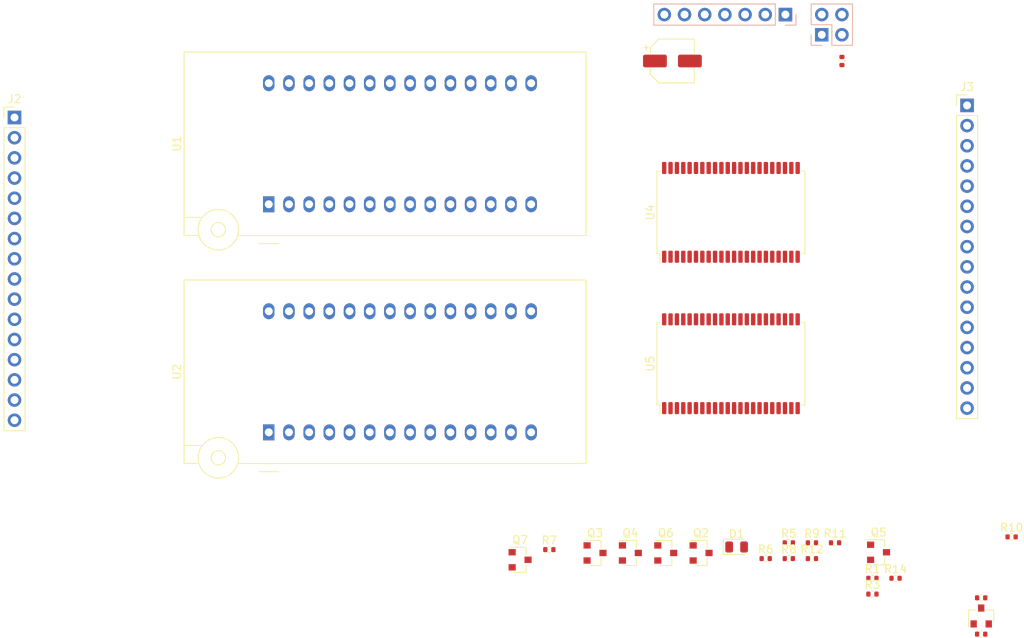
<source format=kicad_pcb>
(kicad_pcb (version 20171130) (host pcbnew "(5.1.10-1-10_14)")

  (general
    (thickness 1.6)
    (drawings 0)
    (tracks 0)
    (zones 0)
    (modules 31)
    (nets 59)
  )

  (page A4)
  (layers
    (0 F.Cu signal)
    (31 B.Cu signal)
    (32 B.Adhes user)
    (33 F.Adhes user)
    (34 B.Paste user)
    (35 F.Paste user)
    (36 B.SilkS user)
    (37 F.SilkS user)
    (38 B.Mask user)
    (39 F.Mask user)
    (40 Dwgs.User user)
    (41 Cmts.User user)
    (42 Eco1.User user)
    (43 Eco2.User user)
    (44 Edge.Cuts user)
    (45 Margin user)
    (46 B.CrtYd user)
    (47 F.CrtYd user)
    (48 B.Fab user)
    (49 F.Fab user hide)
  )

  (setup
    (last_trace_width 0.25)
    (trace_clearance 0.2)
    (zone_clearance 0.508)
    (zone_45_only no)
    (trace_min 0.2)
    (via_size 0.8)
    (via_drill 0.4)
    (via_min_size 0.4)
    (via_min_drill 0.3)
    (uvia_size 0.3)
    (uvia_drill 0.1)
    (uvias_allowed no)
    (uvia_min_size 0.2)
    (uvia_min_drill 0.1)
    (edge_width 0.05)
    (segment_width 0.2)
    (pcb_text_width 0.3)
    (pcb_text_size 1.5 1.5)
    (mod_edge_width 0.12)
    (mod_text_size 1 1)
    (mod_text_width 0.15)
    (pad_size 1.524 1.524)
    (pad_drill 0.762)
    (pad_to_mask_clearance 0)
    (aux_axis_origin 0 0)
    (visible_elements FFFFFF7F)
    (pcbplotparams
      (layerselection 0x010fc_ffffffff)
      (usegerberextensions false)
      (usegerberattributes true)
      (usegerberadvancedattributes true)
      (creategerberjobfile true)
      (excludeedgelayer true)
      (linewidth 0.100000)
      (plotframeref false)
      (viasonmask false)
      (mode 1)
      (useauxorigin false)
      (hpglpennumber 1)
      (hpglpenspeed 20)
      (hpglpendiameter 15.000000)
      (psnegative false)
      (psa4output false)
      (plotreference true)
      (plotvalue true)
      (plotinvisibletext false)
      (padsonsilk false)
      (subtractmaskfromsilk false)
      (outputformat 1)
      (mirror false)
      (drillshape 1)
      (scaleselection 1)
      (outputdirectory ""))
  )

  (net 0 "")
  (net 1 GND)
  (net 2 VCC)
  (net 3 "Net-(D1-Pad1)")
  (net 4 "Net-(Q1-Pad1)")
  (net 5 CLOCK)
  (net 6 A17)
  (net 7 A16)
  (net 8 ~OE)
  (net 9 "Net-(U4-Pad28)")
  (net 10 "Net-(U5-Pad28)")
  (net 11 "Net-(Q2-Pad3)")
  (net 12 WE)
  (net 13 ~ROM_EN~_A15)
  (net 14 DATA_REQ)
  (net 15 A00)
  (net 16 A01)
  (net 17 A02)
  (net 18 A03)
  (net 19 A04)
  (net 20 A05)
  (net 21 A06)
  (net 22 A07)
  (net 23 A08)
  (net 24 A09)
  (net 25 A10)
  (net 26 A11)
  (net 27 A12)
  (net 28 A13)
  (net 29 A14)
  (net 30 ROM_EN_A15)
  (net 31 D00)
  (net 32 D01)
  (net 33 D02)
  (net 34 D03)
  (net 35 D04)
  (net 36 D05)
  (net 37 D06)
  (net 38 D07)
  (net 39 D08)
  (net 40 D09)
  (net 41 D10)
  (net 42 D11)
  (net 43 D12)
  (net 44 D13)
  (net 45 D14)
  (net 46 D15)
  (net 47 "Net-(Q1-Pad3)")
  (net 48 "Net-(Q2-Pad2)")
  (net 49 "Net-(Q3-Pad3)")
  (net 50 "Net-(Q3-Pad2)")
  (net 51 "Net-(Q4-Pad3)")
  (net 52 "Net-(Q4-Pad2)")
  (net 53 ~CODE_RAM_EN)
  (net 54 "Net-(Q5-Pad2)")
  (net 55 ~DATA_RAM_EN)
  (net 56 "Net-(Q6-Pad2)")
  (net 57 ~RAM_WE)
  (net 58 "Net-(Q7-Pad2)")

  (net_class Default "This is the default net class."
    (clearance 0.2)
    (trace_width 0.25)
    (via_dia 0.8)
    (via_drill 0.4)
    (uvia_dia 0.3)
    (uvia_drill 0.1)
    (add_net A00)
    (add_net A01)
    (add_net A02)
    (add_net A03)
    (add_net A04)
    (add_net A05)
    (add_net A06)
    (add_net A07)
    (add_net A08)
    (add_net A09)
    (add_net A10)
    (add_net A11)
    (add_net A12)
    (add_net A13)
    (add_net A14)
    (add_net A16)
    (add_net A17)
    (add_net CLOCK)
    (add_net D00)
    (add_net D01)
    (add_net D02)
    (add_net D03)
    (add_net D04)
    (add_net D05)
    (add_net D06)
    (add_net D07)
    (add_net D08)
    (add_net D09)
    (add_net D10)
    (add_net D11)
    (add_net D12)
    (add_net D13)
    (add_net D14)
    (add_net D15)
    (add_net DATA_REQ)
    (add_net GND)
    (add_net "Net-(D1-Pad1)")
    (add_net "Net-(Q1-Pad1)")
    (add_net "Net-(Q1-Pad3)")
    (add_net "Net-(Q2-Pad2)")
    (add_net "Net-(Q2-Pad3)")
    (add_net "Net-(Q3-Pad2)")
    (add_net "Net-(Q3-Pad3)")
    (add_net "Net-(Q4-Pad2)")
    (add_net "Net-(Q4-Pad3)")
    (add_net "Net-(Q5-Pad2)")
    (add_net "Net-(Q6-Pad2)")
    (add_net "Net-(Q7-Pad2)")
    (add_net "Net-(U4-Pad28)")
    (add_net "Net-(U5-Pad28)")
    (add_net ROM_EN_A15)
    (add_net VCC)
    (add_net WE)
    (add_net ~CODE_RAM_EN)
    (add_net ~DATA_RAM_EN)
    (add_net ~OE)
    (add_net ~RAM_WE)
    (add_net ~ROM_EN~_A15)
  )

  (module Package_SO:TSOP-II-44_10.16x18.41mm_P0.8mm (layer F.Cu) (tedit 5D9F72B2) (tstamp 6165449F)
    (at 41.656 -46.228 90)
    (descr "TSOP-II, 44 Pin (http://www.issi.com/WW/pdf/61-64C5128AL.pdf), generated with kicad-footprint-generator ipc_gullwing_generator.py")
    (tags "TSOP-II SO")
    (path /61AE1A49)
    (attr smd)
    (fp_text reference U5 (at 0 -10.16 90) (layer F.SilkS)
      (effects (font (size 1 1) (thickness 0.15)))
    )
    (fp_text value IS61WV25616BLL-10TLI (at 0 10.16 90) (layer F.Fab)
      (effects (font (size 1 1) (thickness 0.15)))
    )
    (fp_text user %R (at 0 0 90) (layer F.Fab)
      (effects (font (size 1 1) (thickness 0.15)))
    )
    (fp_line (start 0 9.315) (end 5.19 9.315) (layer F.SilkS) (width 0.12))
    (fp_line (start 5.19 9.315) (end 5.19 8.935) (layer F.SilkS) (width 0.12))
    (fp_line (start 0 9.315) (end -5.19 9.315) (layer F.SilkS) (width 0.12))
    (fp_line (start -5.19 9.315) (end -5.19 8.935) (layer F.SilkS) (width 0.12))
    (fp_line (start 0 -9.315) (end 5.19 -9.315) (layer F.SilkS) (width 0.12))
    (fp_line (start 5.19 -9.315) (end 5.19 -8.935) (layer F.SilkS) (width 0.12))
    (fp_line (start 0 -9.315) (end -5.19 -9.315) (layer F.SilkS) (width 0.12))
    (fp_line (start -5.19 -9.315) (end -5.19 -8.935) (layer F.SilkS) (width 0.12))
    (fp_line (start -5.19 -8.935) (end -6.35 -8.935) (layer F.SilkS) (width 0.12))
    (fp_line (start -4.08 -9.205) (end 5.08 -9.205) (layer F.Fab) (width 0.1))
    (fp_line (start 5.08 -9.205) (end 5.08 9.205) (layer F.Fab) (width 0.1))
    (fp_line (start 5.08 9.205) (end -5.08 9.205) (layer F.Fab) (width 0.1))
    (fp_line (start -5.08 9.205) (end -5.08 -8.205) (layer F.Fab) (width 0.1))
    (fp_line (start -5.08 -8.205) (end -4.08 -9.205) (layer F.Fab) (width 0.1))
    (fp_line (start -6.6 -9.46) (end -6.6 9.46) (layer F.CrtYd) (width 0.05))
    (fp_line (start -6.6 9.46) (end 6.6 9.46) (layer F.CrtYd) (width 0.05))
    (fp_line (start 6.6 9.46) (end 6.6 -9.46) (layer F.CrtYd) (width 0.05))
    (fp_line (start 6.6 -9.46) (end -6.6 -9.46) (layer F.CrtYd) (width 0.05))
    (pad 44 smd roundrect (at 5.5875 -8.4 90) (size 1.525 0.55) (layers F.Cu F.Paste F.Mask) (roundrect_rratio 0.25)
      (net 1 GND))
    (pad 43 smd roundrect (at 5.5875 -7.6 90) (size 1.525 0.55) (layers F.Cu F.Paste F.Mask) (roundrect_rratio 0.25)
      (net 1 GND))
    (pad 42 smd roundrect (at 5.5875 -6.8 90) (size 1.525 0.55) (layers F.Cu F.Paste F.Mask) (roundrect_rratio 0.25)
      (net 13 ~ROM_EN~_A15))
    (pad 41 smd roundrect (at 5.5875 -6 90) (size 1.525 0.55) (layers F.Cu F.Paste F.Mask) (roundrect_rratio 0.25)
      (net 8 ~OE))
    (pad 40 smd roundrect (at 5.5875 -5.2 90) (size 1.525 0.55) (layers F.Cu F.Paste F.Mask) (roundrect_rratio 0.25)
      (net 1 GND))
    (pad 39 smd roundrect (at 5.5875 -4.4 90) (size 1.525 0.55) (layers F.Cu F.Paste F.Mask) (roundrect_rratio 0.25)
      (net 1 GND))
    (pad 38 smd roundrect (at 5.5875 -3.6 90) (size 1.525 0.55) (layers F.Cu F.Paste F.Mask) (roundrect_rratio 0.25)
      (net 46 D15))
    (pad 37 smd roundrect (at 5.5875 -2.8 90) (size 1.525 0.55) (layers F.Cu F.Paste F.Mask) (roundrect_rratio 0.25)
      (net 45 D14))
    (pad 36 smd roundrect (at 5.5875 -2 90) (size 1.525 0.55) (layers F.Cu F.Paste F.Mask) (roundrect_rratio 0.25)
      (net 44 D13))
    (pad 35 smd roundrect (at 5.5875 -1.2 90) (size 1.525 0.55) (layers F.Cu F.Paste F.Mask) (roundrect_rratio 0.25)
      (net 43 D12))
    (pad 34 smd roundrect (at 5.5875 -0.4 90) (size 1.525 0.55) (layers F.Cu F.Paste F.Mask) (roundrect_rratio 0.25)
      (net 1 GND))
    (pad 33 smd roundrect (at 5.5875 0.4 90) (size 1.525 0.55) (layers F.Cu F.Paste F.Mask) (roundrect_rratio 0.25)
      (net 2 VCC))
    (pad 32 smd roundrect (at 5.5875 1.2 90) (size 1.525 0.55) (layers F.Cu F.Paste F.Mask) (roundrect_rratio 0.25)
      (net 42 D11))
    (pad 31 smd roundrect (at 5.5875 2 90) (size 1.525 0.55) (layers F.Cu F.Paste F.Mask) (roundrect_rratio 0.25)
      (net 41 D10))
    (pad 30 smd roundrect (at 5.5875 2.8 90) (size 1.525 0.55) (layers F.Cu F.Paste F.Mask) (roundrect_rratio 0.25)
      (net 40 D09))
    (pad 29 smd roundrect (at 5.5875 3.6 90) (size 1.525 0.55) (layers F.Cu F.Paste F.Mask) (roundrect_rratio 0.25)
      (net 39 D08))
    (pad 28 smd roundrect (at 5.5875 4.4 90) (size 1.525 0.55) (layers F.Cu F.Paste F.Mask) (roundrect_rratio 0.25)
      (net 10 "Net-(U5-Pad28)"))
    (pad 27 smd roundrect (at 5.5875 5.2 90) (size 1.525 0.55) (layers F.Cu F.Paste F.Mask) (roundrect_rratio 0.25)
      (net 29 A14))
    (pad 26 smd roundrect (at 5.5875 6 90) (size 1.525 0.55) (layers F.Cu F.Paste F.Mask) (roundrect_rratio 0.25)
      (net 28 A13))
    (pad 25 smd roundrect (at 5.5875 6.8 90) (size 1.525 0.55) (layers F.Cu F.Paste F.Mask) (roundrect_rratio 0.25)
      (net 27 A12))
    (pad 24 smd roundrect (at 5.5875 7.6 90) (size 1.525 0.55) (layers F.Cu F.Paste F.Mask) (roundrect_rratio 0.25)
      (net 26 A11))
    (pad 23 smd roundrect (at 5.5875 8.4 90) (size 1.525 0.55) (layers F.Cu F.Paste F.Mask) (roundrect_rratio 0.25)
      (net 25 A10))
    (pad 22 smd roundrect (at -5.5875 8.4 90) (size 1.525 0.55) (layers F.Cu F.Paste F.Mask) (roundrect_rratio 0.25)
      (net 24 A09))
    (pad 21 smd roundrect (at -5.5875 7.6 90) (size 1.525 0.55) (layers F.Cu F.Paste F.Mask) (roundrect_rratio 0.25)
      (net 23 A08))
    (pad 20 smd roundrect (at -5.5875 6.8 90) (size 1.525 0.55) (layers F.Cu F.Paste F.Mask) (roundrect_rratio 0.25)
      (net 22 A07))
    (pad 19 smd roundrect (at -5.5875 6 90) (size 1.525 0.55) (layers F.Cu F.Paste F.Mask) (roundrect_rratio 0.25)
      (net 21 A06))
    (pad 18 smd roundrect (at -5.5875 5.2 90) (size 1.525 0.55) (layers F.Cu F.Paste F.Mask) (roundrect_rratio 0.25)
      (net 20 A05))
    (pad 17 smd roundrect (at -5.5875 4.4 90) (size 1.525 0.55) (layers F.Cu F.Paste F.Mask) (roundrect_rratio 0.25)
      (net 57 ~RAM_WE))
    (pad 16 smd roundrect (at -5.5875 3.6 90) (size 1.525 0.55) (layers F.Cu F.Paste F.Mask) (roundrect_rratio 0.25)
      (net 38 D07))
    (pad 15 smd roundrect (at -5.5875 2.8 90) (size 1.525 0.55) (layers F.Cu F.Paste F.Mask) (roundrect_rratio 0.25)
      (net 37 D06))
    (pad 14 smd roundrect (at -5.5875 2 90) (size 1.525 0.55) (layers F.Cu F.Paste F.Mask) (roundrect_rratio 0.25)
      (net 36 D05))
    (pad 13 smd roundrect (at -5.5875 1.2 90) (size 1.525 0.55) (layers F.Cu F.Paste F.Mask) (roundrect_rratio 0.25)
      (net 35 D04))
    (pad 12 smd roundrect (at -5.5875 0.4 90) (size 1.525 0.55) (layers F.Cu F.Paste F.Mask) (roundrect_rratio 0.25)
      (net 1 GND))
    (pad 11 smd roundrect (at -5.5875 -0.4 90) (size 1.525 0.55) (layers F.Cu F.Paste F.Mask) (roundrect_rratio 0.25)
      (net 2 VCC))
    (pad 10 smd roundrect (at -5.5875 -1.2 90) (size 1.525 0.55) (layers F.Cu F.Paste F.Mask) (roundrect_rratio 0.25)
      (net 34 D03))
    (pad 9 smd roundrect (at -5.5875 -2 90) (size 1.525 0.55) (layers F.Cu F.Paste F.Mask) (roundrect_rratio 0.25)
      (net 33 D02))
    (pad 8 smd roundrect (at -5.5875 -2.8 90) (size 1.525 0.55) (layers F.Cu F.Paste F.Mask) (roundrect_rratio 0.25)
      (net 32 D01))
    (pad 7 smd roundrect (at -5.5875 -3.6 90) (size 1.525 0.55) (layers F.Cu F.Paste F.Mask) (roundrect_rratio 0.25)
      (net 31 D00))
    (pad 6 smd roundrect (at -5.5875 -4.4 90) (size 1.525 0.55) (layers F.Cu F.Paste F.Mask) (roundrect_rratio 0.25)
      (net 55 ~DATA_RAM_EN))
    (pad 5 smd roundrect (at -5.5875 -5.2 90) (size 1.525 0.55) (layers F.Cu F.Paste F.Mask) (roundrect_rratio 0.25)
      (net 19 A04))
    (pad 4 smd roundrect (at -5.5875 -6 90) (size 1.525 0.55) (layers F.Cu F.Paste F.Mask) (roundrect_rratio 0.25)
      (net 18 A03))
    (pad 3 smd roundrect (at -5.5875 -6.8 90) (size 1.525 0.55) (layers F.Cu F.Paste F.Mask) (roundrect_rratio 0.25)
      (net 17 A02))
    (pad 2 smd roundrect (at -5.5875 -7.6 90) (size 1.525 0.55) (layers F.Cu F.Paste F.Mask) (roundrect_rratio 0.25)
      (net 16 A01))
    (pad 1 smd roundrect (at -5.5875 -8.4 90) (size 1.525 0.55) (layers F.Cu F.Paste F.Mask) (roundrect_rratio 0.25)
      (net 15 A00))
    (model ${KISYS3DMOD}/Package_SO.3dshapes/TSOP-II-44_10.16x18.41mm_P0.8mm.wrl
      (at (xyz 0 0 0))
      (scale (xyz 1 1 1))
      (rotate (xyz 0 0 0))
    )
  )

  (module Package_SO:TSOP-II-44_10.16x18.41mm_P0.8mm (layer F.Cu) (tedit 5D9F72B2) (tstamp 6165445C)
    (at 41.656 -65.278 90)
    (descr "TSOP-II, 44 Pin (http://www.issi.com/WW/pdf/61-64C5128AL.pdf), generated with kicad-footprint-generator ipc_gullwing_generator.py")
    (tags "TSOP-II SO")
    (path /6171180B)
    (attr smd)
    (fp_text reference U4 (at 0 -10.16 90) (layer F.SilkS)
      (effects (font (size 1 1) (thickness 0.15)))
    )
    (fp_text value IS61WV25616BLL-10TLI (at 0 10.16 90) (layer F.Fab)
      (effects (font (size 1 1) (thickness 0.15)))
    )
    (fp_text user %R (at 0 0 90) (layer F.Fab)
      (effects (font (size 1 1) (thickness 0.15)))
    )
    (fp_line (start 0 9.315) (end 5.19 9.315) (layer F.SilkS) (width 0.12))
    (fp_line (start 5.19 9.315) (end 5.19 8.935) (layer F.SilkS) (width 0.12))
    (fp_line (start 0 9.315) (end -5.19 9.315) (layer F.SilkS) (width 0.12))
    (fp_line (start -5.19 9.315) (end -5.19 8.935) (layer F.SilkS) (width 0.12))
    (fp_line (start 0 -9.315) (end 5.19 -9.315) (layer F.SilkS) (width 0.12))
    (fp_line (start 5.19 -9.315) (end 5.19 -8.935) (layer F.SilkS) (width 0.12))
    (fp_line (start 0 -9.315) (end -5.19 -9.315) (layer F.SilkS) (width 0.12))
    (fp_line (start -5.19 -9.315) (end -5.19 -8.935) (layer F.SilkS) (width 0.12))
    (fp_line (start -5.19 -8.935) (end -6.35 -8.935) (layer F.SilkS) (width 0.12))
    (fp_line (start -4.08 -9.205) (end 5.08 -9.205) (layer F.Fab) (width 0.1))
    (fp_line (start 5.08 -9.205) (end 5.08 9.205) (layer F.Fab) (width 0.1))
    (fp_line (start 5.08 9.205) (end -5.08 9.205) (layer F.Fab) (width 0.1))
    (fp_line (start -5.08 9.205) (end -5.08 -8.205) (layer F.Fab) (width 0.1))
    (fp_line (start -5.08 -8.205) (end -4.08 -9.205) (layer F.Fab) (width 0.1))
    (fp_line (start -6.6 -9.46) (end -6.6 9.46) (layer F.CrtYd) (width 0.05))
    (fp_line (start -6.6 9.46) (end 6.6 9.46) (layer F.CrtYd) (width 0.05))
    (fp_line (start 6.6 9.46) (end 6.6 -9.46) (layer F.CrtYd) (width 0.05))
    (fp_line (start 6.6 -9.46) (end -6.6 -9.46) (layer F.CrtYd) (width 0.05))
    (pad 44 smd roundrect (at 5.5875 -8.4 90) (size 1.525 0.55) (layers F.Cu F.Paste F.Mask) (roundrect_rratio 0.25)
      (net 1 GND))
    (pad 43 smd roundrect (at 5.5875 -7.6 90) (size 1.525 0.55) (layers F.Cu F.Paste F.Mask) (roundrect_rratio 0.25)
      (net 1 GND))
    (pad 42 smd roundrect (at 5.5875 -6.8 90) (size 1.525 0.55) (layers F.Cu F.Paste F.Mask) (roundrect_rratio 0.25)
      (net 13 ~ROM_EN~_A15))
    (pad 41 smd roundrect (at 5.5875 -6 90) (size 1.525 0.55) (layers F.Cu F.Paste F.Mask) (roundrect_rratio 0.25)
      (net 8 ~OE))
    (pad 40 smd roundrect (at 5.5875 -5.2 90) (size 1.525 0.55) (layers F.Cu F.Paste F.Mask) (roundrect_rratio 0.25)
      (net 1 GND))
    (pad 39 smd roundrect (at 5.5875 -4.4 90) (size 1.525 0.55) (layers F.Cu F.Paste F.Mask) (roundrect_rratio 0.25)
      (net 1 GND))
    (pad 38 smd roundrect (at 5.5875 -3.6 90) (size 1.525 0.55) (layers F.Cu F.Paste F.Mask) (roundrect_rratio 0.25)
      (net 46 D15))
    (pad 37 smd roundrect (at 5.5875 -2.8 90) (size 1.525 0.55) (layers F.Cu F.Paste F.Mask) (roundrect_rratio 0.25)
      (net 45 D14))
    (pad 36 smd roundrect (at 5.5875 -2 90) (size 1.525 0.55) (layers F.Cu F.Paste F.Mask) (roundrect_rratio 0.25)
      (net 44 D13))
    (pad 35 smd roundrect (at 5.5875 -1.2 90) (size 1.525 0.55) (layers F.Cu F.Paste F.Mask) (roundrect_rratio 0.25)
      (net 43 D12))
    (pad 34 smd roundrect (at 5.5875 -0.4 90) (size 1.525 0.55) (layers F.Cu F.Paste F.Mask) (roundrect_rratio 0.25)
      (net 1 GND))
    (pad 33 smd roundrect (at 5.5875 0.4 90) (size 1.525 0.55) (layers F.Cu F.Paste F.Mask) (roundrect_rratio 0.25)
      (net 2 VCC))
    (pad 32 smd roundrect (at 5.5875 1.2 90) (size 1.525 0.55) (layers F.Cu F.Paste F.Mask) (roundrect_rratio 0.25)
      (net 42 D11))
    (pad 31 smd roundrect (at 5.5875 2 90) (size 1.525 0.55) (layers F.Cu F.Paste F.Mask) (roundrect_rratio 0.25)
      (net 41 D10))
    (pad 30 smd roundrect (at 5.5875 2.8 90) (size 1.525 0.55) (layers F.Cu F.Paste F.Mask) (roundrect_rratio 0.25)
      (net 40 D09))
    (pad 29 smd roundrect (at 5.5875 3.6 90) (size 1.525 0.55) (layers F.Cu F.Paste F.Mask) (roundrect_rratio 0.25)
      (net 39 D08))
    (pad 28 smd roundrect (at 5.5875 4.4 90) (size 1.525 0.55) (layers F.Cu F.Paste F.Mask) (roundrect_rratio 0.25)
      (net 9 "Net-(U4-Pad28)"))
    (pad 27 smd roundrect (at 5.5875 5.2 90) (size 1.525 0.55) (layers F.Cu F.Paste F.Mask) (roundrect_rratio 0.25)
      (net 29 A14))
    (pad 26 smd roundrect (at 5.5875 6 90) (size 1.525 0.55) (layers F.Cu F.Paste F.Mask) (roundrect_rratio 0.25)
      (net 28 A13))
    (pad 25 smd roundrect (at 5.5875 6.8 90) (size 1.525 0.55) (layers F.Cu F.Paste F.Mask) (roundrect_rratio 0.25)
      (net 27 A12))
    (pad 24 smd roundrect (at 5.5875 7.6 90) (size 1.525 0.55) (layers F.Cu F.Paste F.Mask) (roundrect_rratio 0.25)
      (net 26 A11))
    (pad 23 smd roundrect (at 5.5875 8.4 90) (size 1.525 0.55) (layers F.Cu F.Paste F.Mask) (roundrect_rratio 0.25)
      (net 25 A10))
    (pad 22 smd roundrect (at -5.5875 8.4 90) (size 1.525 0.55) (layers F.Cu F.Paste F.Mask) (roundrect_rratio 0.25)
      (net 24 A09))
    (pad 21 smd roundrect (at -5.5875 7.6 90) (size 1.525 0.55) (layers F.Cu F.Paste F.Mask) (roundrect_rratio 0.25)
      (net 23 A08))
    (pad 20 smd roundrect (at -5.5875 6.8 90) (size 1.525 0.55) (layers F.Cu F.Paste F.Mask) (roundrect_rratio 0.25)
      (net 22 A07))
    (pad 19 smd roundrect (at -5.5875 6 90) (size 1.525 0.55) (layers F.Cu F.Paste F.Mask) (roundrect_rratio 0.25)
      (net 21 A06))
    (pad 18 smd roundrect (at -5.5875 5.2 90) (size 1.525 0.55) (layers F.Cu F.Paste F.Mask) (roundrect_rratio 0.25)
      (net 20 A05))
    (pad 17 smd roundrect (at -5.5875 4.4 90) (size 1.525 0.55) (layers F.Cu F.Paste F.Mask) (roundrect_rratio 0.25)
      (net 57 ~RAM_WE))
    (pad 16 smd roundrect (at -5.5875 3.6 90) (size 1.525 0.55) (layers F.Cu F.Paste F.Mask) (roundrect_rratio 0.25)
      (net 38 D07))
    (pad 15 smd roundrect (at -5.5875 2.8 90) (size 1.525 0.55) (layers F.Cu F.Paste F.Mask) (roundrect_rratio 0.25)
      (net 37 D06))
    (pad 14 smd roundrect (at -5.5875 2 90) (size 1.525 0.55) (layers F.Cu F.Paste F.Mask) (roundrect_rratio 0.25)
      (net 36 D05))
    (pad 13 smd roundrect (at -5.5875 1.2 90) (size 1.525 0.55) (layers F.Cu F.Paste F.Mask) (roundrect_rratio 0.25)
      (net 35 D04))
    (pad 12 smd roundrect (at -5.5875 0.4 90) (size 1.525 0.55) (layers F.Cu F.Paste F.Mask) (roundrect_rratio 0.25)
      (net 1 GND))
    (pad 11 smd roundrect (at -5.5875 -0.4 90) (size 1.525 0.55) (layers F.Cu F.Paste F.Mask) (roundrect_rratio 0.25)
      (net 2 VCC))
    (pad 10 smd roundrect (at -5.5875 -1.2 90) (size 1.525 0.55) (layers F.Cu F.Paste F.Mask) (roundrect_rratio 0.25)
      (net 34 D03))
    (pad 9 smd roundrect (at -5.5875 -2 90) (size 1.525 0.55) (layers F.Cu F.Paste F.Mask) (roundrect_rratio 0.25)
      (net 33 D02))
    (pad 8 smd roundrect (at -5.5875 -2.8 90) (size 1.525 0.55) (layers F.Cu F.Paste F.Mask) (roundrect_rratio 0.25)
      (net 32 D01))
    (pad 7 smd roundrect (at -5.5875 -3.6 90) (size 1.525 0.55) (layers F.Cu F.Paste F.Mask) (roundrect_rratio 0.25)
      (net 31 D00))
    (pad 6 smd roundrect (at -5.5875 -4.4 90) (size 1.525 0.55) (layers F.Cu F.Paste F.Mask) (roundrect_rratio 0.25)
      (net 53 ~CODE_RAM_EN))
    (pad 5 smd roundrect (at -5.5875 -5.2 90) (size 1.525 0.55) (layers F.Cu F.Paste F.Mask) (roundrect_rratio 0.25)
      (net 19 A04))
    (pad 4 smd roundrect (at -5.5875 -6 90) (size 1.525 0.55) (layers F.Cu F.Paste F.Mask) (roundrect_rratio 0.25)
      (net 18 A03))
    (pad 3 smd roundrect (at -5.5875 -6.8 90) (size 1.525 0.55) (layers F.Cu F.Paste F.Mask) (roundrect_rratio 0.25)
      (net 17 A02))
    (pad 2 smd roundrect (at -5.5875 -7.6 90) (size 1.525 0.55) (layers F.Cu F.Paste F.Mask) (roundrect_rratio 0.25)
      (net 16 A01))
    (pad 1 smd roundrect (at -5.5875 -8.4 90) (size 1.525 0.55) (layers F.Cu F.Paste F.Mask) (roundrect_rratio 0.25)
      (net 15 A00))
    (model ${KISYS3DMOD}/Package_SO.3dshapes/TSOP-II-44_10.16x18.41mm_P0.8mm.wrl
      (at (xyz 0 0 0))
      (scale (xyz 1 1 1))
      (rotate (xyz 0 0 0))
    )
  )

  (module Socket:DIP_Socket-28_W11.9_W12.7_W15.24_W17.78_W18.5_3M_228-1277-00-0602J (layer F.Cu) (tedit 5AF5D4CC) (tstamp 61654419)
    (at -16.51 -37.592 90)
    (descr "3M 28-pin zero insertion force socket, through-hole, row spacing 15.24 mm (600 mils), http://multimedia.3m.com/mws/media/494546O/3mtm-dip-sockets-100-2-54-mm-ts0365.pdf")
    (tags "THT DIP DIL ZIF 15.24mm 600mil Socket")
    (path /6764DAEA)
    (fp_text reference U2 (at 7.62 -11.56 90) (layer F.SilkS)
      (effects (font (size 1 1) (thickness 0.15)))
    )
    (fp_text value 28C256 (at 7.62 40.84 90) (layer F.Fab)
      (effects (font (size 0.6 0.6) (thickness 0.09)))
    )
    (fp_text user %R (at 7.62 14.64 90) (layer F.Fab)
      (effects (font (size 1 1) (thickness 0.15)))
    )
    (fp_circle (center -3.2 -6.35) (end -0.65 -6.35) (layer F.SilkS) (width 0.12))
    (fp_circle (center -3.2 -6.35) (end -2.3 -6.35) (layer F.SilkS) (width 0.12))
    (fp_line (start -5.5 -23.36) (end 0.1 -23.36) (layer F.CrtYd) (width 0.05))
    (fp_line (start 0.1 -23.36) (end 0.1 -11.06) (layer F.CrtYd) (width 0.05))
    (fp_line (start 0.1 -11.06) (end 19.57 -11.06) (layer F.CrtYd) (width 0.05))
    (fp_line (start 19.57 -11.06) (end 19.57 40.34) (layer F.CrtYd) (width 0.05))
    (fp_line (start 19.57 40.34) (end -4.33 40.34) (layer F.CrtYd) (width 0.05))
    (fp_line (start -4.33 40.34) (end -4.33 -3.4) (layer F.CrtYd) (width 0.05))
    (fp_line (start -4.33 -3.4) (end -5.5 -3.4) (layer F.CrtYd) (width 0.05))
    (fp_line (start -5.5 -3.4) (end -5.5 -23.36) (layer F.CrtYd) (width 0.05))
    (fp_line (start -5 -21.46) (end -3.7 -22.86) (layer F.Fab) (width 0.1))
    (fp_line (start -3.7 -22.86) (end -1.7 -22.86) (layer F.Fab) (width 0.1))
    (fp_line (start -1.7 -22.86) (end -0.4 -21.46) (layer F.Fab) (width 0.1))
    (fp_line (start -0.4 -21.46) (end -5 -21.46) (layer F.Fab) (width 0.1))
    (fp_line (start -5 -21.46) (end -5 -17.86) (layer F.Fab) (width 0.1))
    (fp_line (start -5 -17.86) (end -0.4 -17.86) (layer F.Fab) (width 0.1))
    (fp_line (start -0.4 -17.86) (end -0.4 -21.46) (layer F.Fab) (width 0.1))
    (fp_line (start -5 -17.86) (end -3.5 -15.86) (layer F.Fab) (width 0.1))
    (fp_line (start -0.4 -17.86) (end -1.9 -15.86) (layer F.Fab) (width 0.1))
    (fp_line (start -3.5 -9.75) (end -3.5 -15.86) (layer F.Fab) (width 0.1))
    (fp_line (start -3.5 -15.86) (end -1.9 -15.86) (layer F.Fab) (width 0.1))
    (fp_line (start -1.9 -15.86) (end -1.9 -10.56) (layer F.Fab) (width 0.1))
    (fp_line (start 19.07 39.84) (end -3.83 39.84) (layer F.Fab) (width 0.1))
    (fp_line (start -3.83 39.84) (end -3.83 -9.4) (layer F.Fab) (width 0.1))
    (fp_line (start -3.83 -9.4) (end -2.85 -10.56) (layer F.Fab) (width 0.1))
    (fp_line (start -2.85 -10.56) (end 19.07 -10.56) (layer F.Fab) (width 0.1))
    (fp_line (start 19.07 -10.56) (end 19.07 39.84) (layer F.Fab) (width 0.1))
    (fp_line (start -3.93 -3.9) (end -3.93 39.94) (layer F.SilkS) (width 0.12))
    (fp_line (start -3.93 39.94) (end 19.17 39.94) (layer F.SilkS) (width 0.12))
    (fp_line (start 19.17 39.94) (end 19.17 -10.66) (layer F.SilkS) (width 0.12))
    (fp_line (start 19.17 -10.66) (end -3.93 -10.66) (layer F.SilkS) (width 0.12))
    (fp_line (start -3.93 -10.66) (end -3.93 -8.8) (layer F.SilkS) (width 0.12))
    (fp_line (start -1.65 -10.66) (end -1.65 -8.4) (layer F.SilkS) (width 0.12))
    (fp_line (start -4.95 1.27) (end -4.95 -1.27) (layer F.SilkS) (width 0.12))
    (pad 15 thru_hole oval (at 15.24 33.02 90) (size 2 1.44) (drill 1) (layers *.Cu *.Mask)
      (net 42 D11))
    (pad 14 thru_hole oval (at 0 33.02 90) (size 2 1.44) (drill 1) (layers *.Cu *.Mask)
      (net 1 GND))
    (pad 16 thru_hole oval (at 15.24 30.48 90) (size 2 1.44) (drill 1) (layers *.Cu *.Mask)
      (net 43 D12))
    (pad 13 thru_hole oval (at 0 30.48 90) (size 2 1.44) (drill 1) (layers *.Cu *.Mask)
      (net 41 D10))
    (pad 17 thru_hole oval (at 15.24 27.94 90) (size 2 1.44) (drill 1) (layers *.Cu *.Mask)
      (net 44 D13))
    (pad 12 thru_hole oval (at 0 27.94 90) (size 2 1.44) (drill 1) (layers *.Cu *.Mask)
      (net 40 D09))
    (pad 18 thru_hole oval (at 15.24 25.4 90) (size 2 1.44) (drill 1) (layers *.Cu *.Mask)
      (net 45 D14))
    (pad 11 thru_hole oval (at 0 25.4 90) (size 2 1.44) (drill 1) (layers *.Cu *.Mask)
      (net 39 D08))
    (pad 19 thru_hole oval (at 15.24 22.86 90) (size 2 1.44) (drill 1) (layers *.Cu *.Mask)
      (net 46 D15))
    (pad 10 thru_hole oval (at 0 22.86 90) (size 2 1.44) (drill 1) (layers *.Cu *.Mask)
      (net 15 A00))
    (pad 20 thru_hole oval (at 15.24 20.32 90) (size 2 1.44) (drill 1) (layers *.Cu *.Mask)
      (net 13 ~ROM_EN~_A15))
    (pad 9 thru_hole oval (at 0 20.32 90) (size 2 1.44) (drill 1) (layers *.Cu *.Mask)
      (net 16 A01))
    (pad 21 thru_hole oval (at 15.24 17.78 90) (size 2 1.44) (drill 1) (layers *.Cu *.Mask)
      (net 25 A10))
    (pad 8 thru_hole oval (at 0 17.78 90) (size 2 1.44) (drill 1) (layers *.Cu *.Mask)
      (net 17 A02))
    (pad 22 thru_hole oval (at 15.24 15.24 90) (size 2 1.44) (drill 1) (layers *.Cu *.Mask)
      (net 8 ~OE))
    (pad 7 thru_hole oval (at 0 15.24 90) (size 2 1.44) (drill 1) (layers *.Cu *.Mask)
      (net 18 A03))
    (pad 23 thru_hole oval (at 15.24 12.7 90) (size 2 1.44) (drill 1) (layers *.Cu *.Mask)
      (net 26 A11))
    (pad 6 thru_hole oval (at 0 12.7 90) (size 2 1.44) (drill 1) (layers *.Cu *.Mask)
      (net 19 A04))
    (pad 24 thru_hole oval (at 15.24 10.16 90) (size 2 1.44) (drill 1) (layers *.Cu *.Mask)
      (net 24 A09))
    (pad 5 thru_hole oval (at 0 10.16 90) (size 2 1.44) (drill 1) (layers *.Cu *.Mask)
      (net 20 A05))
    (pad 25 thru_hole oval (at 15.24 7.62 90) (size 2 1.44) (drill 1) (layers *.Cu *.Mask)
      (net 23 A08))
    (pad 4 thru_hole oval (at 0 7.62 90) (size 2 1.44) (drill 1) (layers *.Cu *.Mask)
      (net 21 A06))
    (pad 26 thru_hole oval (at 15.24 5.08 90) (size 2 1.44) (drill 1) (layers *.Cu *.Mask)
      (net 28 A13))
    (pad 3 thru_hole oval (at 0 5.08 90) (size 2 1.44) (drill 1) (layers *.Cu *.Mask)
      (net 22 A07))
    (pad 27 thru_hole oval (at 15.24 2.54 90) (size 2 1.44) (drill 1) (layers *.Cu *.Mask)
      (net 2 VCC))
    (pad 2 thru_hole oval (at 0 2.54 90) (size 2 1.44) (drill 1) (layers *.Cu *.Mask)
      (net 27 A12))
    (pad 28 thru_hole oval (at 15.24 0 90) (size 2 1.44) (drill 1) (layers *.Cu *.Mask)
      (net 2 VCC))
    (pad 1 thru_hole rect (at 0 0 90) (size 2 1.44) (drill 1) (layers *.Cu *.Mask)
      (net 29 A14))
    (model ${KISYS3DMOD}/Socket.3dshapes/DIP_Socket-28_W11.9_W12.7_W15.24_W17.78_W18.5_3M_228-1277-00-0602J.wrl
      (at (xyz 0 0 0))
      (scale (xyz 1 1 1))
      (rotate (xyz 0 0 0))
    )
  )

  (module Socket:DIP_Socket-28_W11.9_W12.7_W15.24_W17.78_W18.5_3M_228-1277-00-0602J (layer F.Cu) (tedit 5AF5D4CC) (tstamp 616543D6)
    (at -16.51 -66.294 90)
    (descr "3M 28-pin zero insertion force socket, through-hole, row spacing 15.24 mm (600 mils), http://multimedia.3m.com/mws/media/494546O/3mtm-dip-sockets-100-2-54-mm-ts0365.pdf")
    (tags "THT DIP DIL ZIF 15.24mm 600mil Socket")
    (path /67644AF9)
    (fp_text reference U1 (at 7.62 -11.56 90) (layer F.SilkS)
      (effects (font (size 1 1) (thickness 0.15)))
    )
    (fp_text value 28C256 (at 7.62 40.84 90) (layer F.Fab)
      (effects (font (size 0.6 0.6) (thickness 0.09)))
    )
    (fp_text user %R (at 7.62 14.64 90) (layer F.Fab)
      (effects (font (size 1 1) (thickness 0.15)))
    )
    (fp_circle (center -3.2 -6.35) (end -0.65 -6.35) (layer F.SilkS) (width 0.12))
    (fp_circle (center -3.2 -6.35) (end -2.3 -6.35) (layer F.SilkS) (width 0.12))
    (fp_line (start -5.5 -23.36) (end 0.1 -23.36) (layer F.CrtYd) (width 0.05))
    (fp_line (start 0.1 -23.36) (end 0.1 -11.06) (layer F.CrtYd) (width 0.05))
    (fp_line (start 0.1 -11.06) (end 19.57 -11.06) (layer F.CrtYd) (width 0.05))
    (fp_line (start 19.57 -11.06) (end 19.57 40.34) (layer F.CrtYd) (width 0.05))
    (fp_line (start 19.57 40.34) (end -4.33 40.34) (layer F.CrtYd) (width 0.05))
    (fp_line (start -4.33 40.34) (end -4.33 -3.4) (layer F.CrtYd) (width 0.05))
    (fp_line (start -4.33 -3.4) (end -5.5 -3.4) (layer F.CrtYd) (width 0.05))
    (fp_line (start -5.5 -3.4) (end -5.5 -23.36) (layer F.CrtYd) (width 0.05))
    (fp_line (start -5 -21.46) (end -3.7 -22.86) (layer F.Fab) (width 0.1))
    (fp_line (start -3.7 -22.86) (end -1.7 -22.86) (layer F.Fab) (width 0.1))
    (fp_line (start -1.7 -22.86) (end -0.4 -21.46) (layer F.Fab) (width 0.1))
    (fp_line (start -0.4 -21.46) (end -5 -21.46) (layer F.Fab) (width 0.1))
    (fp_line (start -5 -21.46) (end -5 -17.86) (layer F.Fab) (width 0.1))
    (fp_line (start -5 -17.86) (end -0.4 -17.86) (layer F.Fab) (width 0.1))
    (fp_line (start -0.4 -17.86) (end -0.4 -21.46) (layer F.Fab) (width 0.1))
    (fp_line (start -5 -17.86) (end -3.5 -15.86) (layer F.Fab) (width 0.1))
    (fp_line (start -0.4 -17.86) (end -1.9 -15.86) (layer F.Fab) (width 0.1))
    (fp_line (start -3.5 -9.75) (end -3.5 -15.86) (layer F.Fab) (width 0.1))
    (fp_line (start -3.5 -15.86) (end -1.9 -15.86) (layer F.Fab) (width 0.1))
    (fp_line (start -1.9 -15.86) (end -1.9 -10.56) (layer F.Fab) (width 0.1))
    (fp_line (start 19.07 39.84) (end -3.83 39.84) (layer F.Fab) (width 0.1))
    (fp_line (start -3.83 39.84) (end -3.83 -9.4) (layer F.Fab) (width 0.1))
    (fp_line (start -3.83 -9.4) (end -2.85 -10.56) (layer F.Fab) (width 0.1))
    (fp_line (start -2.85 -10.56) (end 19.07 -10.56) (layer F.Fab) (width 0.1))
    (fp_line (start 19.07 -10.56) (end 19.07 39.84) (layer F.Fab) (width 0.1))
    (fp_line (start -3.93 -3.9) (end -3.93 39.94) (layer F.SilkS) (width 0.12))
    (fp_line (start -3.93 39.94) (end 19.17 39.94) (layer F.SilkS) (width 0.12))
    (fp_line (start 19.17 39.94) (end 19.17 -10.66) (layer F.SilkS) (width 0.12))
    (fp_line (start 19.17 -10.66) (end -3.93 -10.66) (layer F.SilkS) (width 0.12))
    (fp_line (start -3.93 -10.66) (end -3.93 -8.8) (layer F.SilkS) (width 0.12))
    (fp_line (start -1.65 -10.66) (end -1.65 -8.4) (layer F.SilkS) (width 0.12))
    (fp_line (start -4.95 1.27) (end -4.95 -1.27) (layer F.SilkS) (width 0.12))
    (pad 15 thru_hole oval (at 15.24 33.02 90) (size 2 1.44) (drill 1) (layers *.Cu *.Mask)
      (net 34 D03))
    (pad 14 thru_hole oval (at 0 33.02 90) (size 2 1.44) (drill 1) (layers *.Cu *.Mask)
      (net 1 GND))
    (pad 16 thru_hole oval (at 15.24 30.48 90) (size 2 1.44) (drill 1) (layers *.Cu *.Mask)
      (net 35 D04))
    (pad 13 thru_hole oval (at 0 30.48 90) (size 2 1.44) (drill 1) (layers *.Cu *.Mask)
      (net 33 D02))
    (pad 17 thru_hole oval (at 15.24 27.94 90) (size 2 1.44) (drill 1) (layers *.Cu *.Mask)
      (net 36 D05))
    (pad 12 thru_hole oval (at 0 27.94 90) (size 2 1.44) (drill 1) (layers *.Cu *.Mask)
      (net 32 D01))
    (pad 18 thru_hole oval (at 15.24 25.4 90) (size 2 1.44) (drill 1) (layers *.Cu *.Mask)
      (net 37 D06))
    (pad 11 thru_hole oval (at 0 25.4 90) (size 2 1.44) (drill 1) (layers *.Cu *.Mask)
      (net 31 D00))
    (pad 19 thru_hole oval (at 15.24 22.86 90) (size 2 1.44) (drill 1) (layers *.Cu *.Mask)
      (net 38 D07))
    (pad 10 thru_hole oval (at 0 22.86 90) (size 2 1.44) (drill 1) (layers *.Cu *.Mask)
      (net 15 A00))
    (pad 20 thru_hole oval (at 15.24 20.32 90) (size 2 1.44) (drill 1) (layers *.Cu *.Mask)
      (net 13 ~ROM_EN~_A15))
    (pad 9 thru_hole oval (at 0 20.32 90) (size 2 1.44) (drill 1) (layers *.Cu *.Mask)
      (net 16 A01))
    (pad 21 thru_hole oval (at 15.24 17.78 90) (size 2 1.44) (drill 1) (layers *.Cu *.Mask)
      (net 25 A10))
    (pad 8 thru_hole oval (at 0 17.78 90) (size 2 1.44) (drill 1) (layers *.Cu *.Mask)
      (net 17 A02))
    (pad 22 thru_hole oval (at 15.24 15.24 90) (size 2 1.44) (drill 1) (layers *.Cu *.Mask)
      (net 8 ~OE))
    (pad 7 thru_hole oval (at 0 15.24 90) (size 2 1.44) (drill 1) (layers *.Cu *.Mask)
      (net 18 A03))
    (pad 23 thru_hole oval (at 15.24 12.7 90) (size 2 1.44) (drill 1) (layers *.Cu *.Mask)
      (net 26 A11))
    (pad 6 thru_hole oval (at 0 12.7 90) (size 2 1.44) (drill 1) (layers *.Cu *.Mask)
      (net 19 A04))
    (pad 24 thru_hole oval (at 15.24 10.16 90) (size 2 1.44) (drill 1) (layers *.Cu *.Mask)
      (net 24 A09))
    (pad 5 thru_hole oval (at 0 10.16 90) (size 2 1.44) (drill 1) (layers *.Cu *.Mask)
      (net 20 A05))
    (pad 25 thru_hole oval (at 15.24 7.62 90) (size 2 1.44) (drill 1) (layers *.Cu *.Mask)
      (net 23 A08))
    (pad 4 thru_hole oval (at 0 7.62 90) (size 2 1.44) (drill 1) (layers *.Cu *.Mask)
      (net 21 A06))
    (pad 26 thru_hole oval (at 15.24 5.08 90) (size 2 1.44) (drill 1) (layers *.Cu *.Mask)
      (net 28 A13))
    (pad 3 thru_hole oval (at 0 5.08 90) (size 2 1.44) (drill 1) (layers *.Cu *.Mask)
      (net 22 A07))
    (pad 27 thru_hole oval (at 15.24 2.54 90) (size 2 1.44) (drill 1) (layers *.Cu *.Mask)
      (net 2 VCC))
    (pad 2 thru_hole oval (at 0 2.54 90) (size 2 1.44) (drill 1) (layers *.Cu *.Mask)
      (net 27 A12))
    (pad 28 thru_hole oval (at 15.24 0 90) (size 2 1.44) (drill 1) (layers *.Cu *.Mask)
      (net 2 VCC))
    (pad 1 thru_hole rect (at 0 0 90) (size 2 1.44) (drill 1) (layers *.Cu *.Mask)
      (net 29 A14))
    (model ${KISYS3DMOD}/Socket.3dshapes/DIP_Socket-28_W11.9_W12.7_W15.24_W17.78_W18.5_3M_228-1277-00-0602J.wrl
      (at (xyz 0 0 0))
      (scale (xyz 1 1 1))
      (rotate (xyz 0 0 0))
    )
  )

  (module Resistor_SMD:R_0402_1005Metric (layer F.Cu) (tedit 5F68FEEE) (tstamp 61654393)
    (at 62.374 -19.224)
    (descr "Resistor SMD 0402 (1005 Metric), square (rectangular) end terminal, IPC_7351 nominal, (Body size source: IPC-SM-782 page 72, https://www.pcb-3d.com/wordpress/wp-content/uploads/ipc-sm-782a_amendment_1_and_2.pdf), generated with kicad-footprint-generator")
    (tags resistor)
    (path /67593C9D)
    (attr smd)
    (fp_text reference R14 (at 0 -1.17) (layer F.SilkS)
      (effects (font (size 1 1) (thickness 0.15)))
    )
    (fp_text value 0402WGF1001TCE (at 0 1.17) (layer F.Fab)
      (effects (font (size 1 1) (thickness 0.15)))
    )
    (fp_text user %R (at 0 0) (layer F.Fab)
      (effects (font (size 0.26 0.26) (thickness 0.04)))
    )
    (fp_line (start -0.525 0.27) (end -0.525 -0.27) (layer F.Fab) (width 0.1))
    (fp_line (start -0.525 -0.27) (end 0.525 -0.27) (layer F.Fab) (width 0.1))
    (fp_line (start 0.525 -0.27) (end 0.525 0.27) (layer F.Fab) (width 0.1))
    (fp_line (start 0.525 0.27) (end -0.525 0.27) (layer F.Fab) (width 0.1))
    (fp_line (start -0.153641 -0.38) (end 0.153641 -0.38) (layer F.SilkS) (width 0.12))
    (fp_line (start -0.153641 0.38) (end 0.153641 0.38) (layer F.SilkS) (width 0.12))
    (fp_line (start -0.93 0.47) (end -0.93 -0.47) (layer F.CrtYd) (width 0.05))
    (fp_line (start -0.93 -0.47) (end 0.93 -0.47) (layer F.CrtYd) (width 0.05))
    (fp_line (start 0.93 -0.47) (end 0.93 0.47) (layer F.CrtYd) (width 0.05))
    (fp_line (start 0.93 0.47) (end -0.93 0.47) (layer F.CrtYd) (width 0.05))
    (pad 2 smd roundrect (at 0.51 0) (size 0.54 0.64) (layers F.Cu F.Paste F.Mask) (roundrect_rratio 0.25)
      (net 7 A16))
    (pad 1 smd roundrect (at -0.51 0) (size 0.54 0.64) (layers F.Cu F.Paste F.Mask) (roundrect_rratio 0.25)
      (net 1 GND))
    (model ${KISYS3DMOD}/Resistor_SMD.3dshapes/R_0402_1005Metric.wrl
      (at (xyz 0 0 0))
      (scale (xyz 1 1 1))
      (rotate (xyz 0 0 0))
    )
  )

  (module Resistor_SMD:R_0402_1005Metric (layer F.Cu) (tedit 5F68FEEE) (tstamp 61654382)
    (at 55.626 -84.326 90)
    (descr "Resistor SMD 0402 (1005 Metric), square (rectangular) end terminal, IPC_7351 nominal, (Body size source: IPC-SM-782 page 72, https://www.pcb-3d.com/wordpress/wp-content/uploads/ipc-sm-782a_amendment_1_and_2.pdf), generated with kicad-footprint-generator")
    (tags resistor)
    (path /67594328)
    (attr smd)
    (fp_text reference R13 (at 0 1.524 90) (layer F.SilkS) hide
      (effects (font (size 1 1) (thickness 0.15)))
    )
    (fp_text value 0402WGF1001TCE (at 0 1.17 90) (layer F.Fab)
      (effects (font (size 1 1) (thickness 0.15)))
    )
    (fp_text user %R (at 0 0 90) (layer F.Fab)
      (effects (font (size 0.26 0.26) (thickness 0.04)))
    )
    (fp_line (start -0.525 0.27) (end -0.525 -0.27) (layer F.Fab) (width 0.1))
    (fp_line (start -0.525 -0.27) (end 0.525 -0.27) (layer F.Fab) (width 0.1))
    (fp_line (start 0.525 -0.27) (end 0.525 0.27) (layer F.Fab) (width 0.1))
    (fp_line (start 0.525 0.27) (end -0.525 0.27) (layer F.Fab) (width 0.1))
    (fp_line (start -0.153641 -0.38) (end 0.153641 -0.38) (layer F.SilkS) (width 0.12))
    (fp_line (start -0.153641 0.38) (end 0.153641 0.38) (layer F.SilkS) (width 0.12))
    (fp_line (start -0.93 0.47) (end -0.93 -0.47) (layer F.CrtYd) (width 0.05))
    (fp_line (start -0.93 -0.47) (end 0.93 -0.47) (layer F.CrtYd) (width 0.05))
    (fp_line (start 0.93 -0.47) (end 0.93 0.47) (layer F.CrtYd) (width 0.05))
    (fp_line (start 0.93 0.47) (end -0.93 0.47) (layer F.CrtYd) (width 0.05))
    (pad 2 smd roundrect (at 0.51 0 90) (size 0.54 0.64) (layers F.Cu F.Paste F.Mask) (roundrect_rratio 0.25)
      (net 6 A17))
    (pad 1 smd roundrect (at -0.51 0 90) (size 0.54 0.64) (layers F.Cu F.Paste F.Mask) (roundrect_rratio 0.25)
      (net 1 GND))
    (model ${KISYS3DMOD}/Resistor_SMD.3dshapes/R_0402_1005Metric.wrl
      (at (xyz 0 0 0))
      (scale (xyz 1 1 1))
      (rotate (xyz 0 0 0))
    )
  )

  (module Resistor_SMD:R_0402_1005Metric (layer F.Cu) (tedit 5F68FEEE) (tstamp 61654371)
    (at 51.85 -21.7)
    (descr "Resistor SMD 0402 (1005 Metric), square (rectangular) end terminal, IPC_7351 nominal, (Body size source: IPC-SM-782 page 72, https://www.pcb-3d.com/wordpress/wp-content/uploads/ipc-sm-782a_amendment_1_and_2.pdf), generated with kicad-footprint-generator")
    (tags resistor)
    (path /674B35E2)
    (attr smd)
    (fp_text reference R12 (at 0 -1.17) (layer F.SilkS)
      (effects (font (size 1 1) (thickness 0.15)))
    )
    (fp_text value 0402WGF3901TCE (at 0 1.17) (layer F.Fab)
      (effects (font (size 1 1) (thickness 0.15)))
    )
    (fp_text user %R (at 0 0) (layer F.Fab)
      (effects (font (size 0.26 0.26) (thickness 0.04)))
    )
    (fp_line (start -0.525 0.27) (end -0.525 -0.27) (layer F.Fab) (width 0.1))
    (fp_line (start -0.525 -0.27) (end 0.525 -0.27) (layer F.Fab) (width 0.1))
    (fp_line (start 0.525 -0.27) (end 0.525 0.27) (layer F.Fab) (width 0.1))
    (fp_line (start 0.525 0.27) (end -0.525 0.27) (layer F.Fab) (width 0.1))
    (fp_line (start -0.153641 -0.38) (end 0.153641 -0.38) (layer F.SilkS) (width 0.12))
    (fp_line (start -0.153641 0.38) (end 0.153641 0.38) (layer F.SilkS) (width 0.12))
    (fp_line (start -0.93 0.47) (end -0.93 -0.47) (layer F.CrtYd) (width 0.05))
    (fp_line (start -0.93 -0.47) (end 0.93 -0.47) (layer F.CrtYd) (width 0.05))
    (fp_line (start 0.93 -0.47) (end 0.93 0.47) (layer F.CrtYd) (width 0.05))
    (fp_line (start 0.93 0.47) (end -0.93 0.47) (layer F.CrtYd) (width 0.05))
    (pad 2 smd roundrect (at 0.51 0) (size 0.54 0.64) (layers F.Cu F.Paste F.Mask) (roundrect_rratio 0.25)
      (net 2 VCC))
    (pad 1 smd roundrect (at -0.51 0) (size 0.54 0.64) (layers F.Cu F.Paste F.Mask) (roundrect_rratio 0.25)
      (net 57 ~RAM_WE))
    (model ${KISYS3DMOD}/Resistor_SMD.3dshapes/R_0402_1005Metric.wrl
      (at (xyz 0 0 0))
      (scale (xyz 1 1 1))
      (rotate (xyz 0 0 0))
    )
  )

  (module Resistor_SMD:R_0402_1005Metric (layer F.Cu) (tedit 5F68FEEE) (tstamp 61654360)
    (at 54.76 -23.69)
    (descr "Resistor SMD 0402 (1005 Metric), square (rectangular) end terminal, IPC_7351 nominal, (Body size source: IPC-SM-782 page 72, https://www.pcb-3d.com/wordpress/wp-content/uploads/ipc-sm-782a_amendment_1_and_2.pdf), generated with kicad-footprint-generator")
    (tags resistor)
    (path /67431EDA)
    (attr smd)
    (fp_text reference R11 (at 0 -1.17) (layer F.SilkS)
      (effects (font (size 1 1) (thickness 0.15)))
    )
    (fp_text value 0402WGF3901TCE (at 0 1.17) (layer F.Fab)
      (effects (font (size 1 1) (thickness 0.15)))
    )
    (fp_text user %R (at 0 0) (layer F.Fab)
      (effects (font (size 0.26 0.26) (thickness 0.04)))
    )
    (fp_line (start -0.525 0.27) (end -0.525 -0.27) (layer F.Fab) (width 0.1))
    (fp_line (start -0.525 -0.27) (end 0.525 -0.27) (layer F.Fab) (width 0.1))
    (fp_line (start 0.525 -0.27) (end 0.525 0.27) (layer F.Fab) (width 0.1))
    (fp_line (start 0.525 0.27) (end -0.525 0.27) (layer F.Fab) (width 0.1))
    (fp_line (start -0.153641 -0.38) (end 0.153641 -0.38) (layer F.SilkS) (width 0.12))
    (fp_line (start -0.153641 0.38) (end 0.153641 0.38) (layer F.SilkS) (width 0.12))
    (fp_line (start -0.93 0.47) (end -0.93 -0.47) (layer F.CrtYd) (width 0.05))
    (fp_line (start -0.93 -0.47) (end 0.93 -0.47) (layer F.CrtYd) (width 0.05))
    (fp_line (start 0.93 -0.47) (end 0.93 0.47) (layer F.CrtYd) (width 0.05))
    (fp_line (start 0.93 0.47) (end -0.93 0.47) (layer F.CrtYd) (width 0.05))
    (pad 2 smd roundrect (at 0.51 0) (size 0.54 0.64) (layers F.Cu F.Paste F.Mask) (roundrect_rratio 0.25)
      (net 2 VCC))
    (pad 1 smd roundrect (at -0.51 0) (size 0.54 0.64) (layers F.Cu F.Paste F.Mask) (roundrect_rratio 0.25)
      (net 55 ~DATA_RAM_EN))
    (model ${KISYS3DMOD}/Resistor_SMD.3dshapes/R_0402_1005Metric.wrl
      (at (xyz 0 0 0))
      (scale (xyz 1 1 1))
      (rotate (xyz 0 0 0))
    )
  )

  (module Resistor_SMD:R_0402_1005Metric (layer F.Cu) (tedit 5F68FEEE) (tstamp 6165434F)
    (at 76.982 -24.432)
    (descr "Resistor SMD 0402 (1005 Metric), square (rectangular) end terminal, IPC_7351 nominal, (Body size source: IPC-SM-782 page 72, https://www.pcb-3d.com/wordpress/wp-content/uploads/ipc-sm-782a_amendment_1_and_2.pdf), generated with kicad-footprint-generator")
    (tags resistor)
    (path /674131B2)
    (attr smd)
    (fp_text reference R10 (at 0 -1.17) (layer F.SilkS)
      (effects (font (size 1 1) (thickness 0.15)))
    )
    (fp_text value 0402WGF3901TCE (at 0 1.17) (layer F.Fab)
      (effects (font (size 1 1) (thickness 0.15)))
    )
    (fp_text user %R (at 0 0) (layer F.Fab)
      (effects (font (size 0.26 0.26) (thickness 0.04)))
    )
    (fp_line (start -0.525 0.27) (end -0.525 -0.27) (layer F.Fab) (width 0.1))
    (fp_line (start -0.525 -0.27) (end 0.525 -0.27) (layer F.Fab) (width 0.1))
    (fp_line (start 0.525 -0.27) (end 0.525 0.27) (layer F.Fab) (width 0.1))
    (fp_line (start 0.525 0.27) (end -0.525 0.27) (layer F.Fab) (width 0.1))
    (fp_line (start -0.153641 -0.38) (end 0.153641 -0.38) (layer F.SilkS) (width 0.12))
    (fp_line (start -0.153641 0.38) (end 0.153641 0.38) (layer F.SilkS) (width 0.12))
    (fp_line (start -0.93 0.47) (end -0.93 -0.47) (layer F.CrtYd) (width 0.05))
    (fp_line (start -0.93 -0.47) (end 0.93 -0.47) (layer F.CrtYd) (width 0.05))
    (fp_line (start 0.93 -0.47) (end 0.93 0.47) (layer F.CrtYd) (width 0.05))
    (fp_line (start 0.93 0.47) (end -0.93 0.47) (layer F.CrtYd) (width 0.05))
    (pad 2 smd roundrect (at 0.51 0) (size 0.54 0.64) (layers F.Cu F.Paste F.Mask) (roundrect_rratio 0.25)
      (net 2 VCC))
    (pad 1 smd roundrect (at -0.51 0) (size 0.54 0.64) (layers F.Cu F.Paste F.Mask) (roundrect_rratio 0.25)
      (net 53 ~CODE_RAM_EN))
    (model ${KISYS3DMOD}/Resistor_SMD.3dshapes/R_0402_1005Metric.wrl
      (at (xyz 0 0 0))
      (scale (xyz 1 1 1))
      (rotate (xyz 0 0 0))
    )
  )

  (module Resistor_SMD:R_0402_1005Metric (layer F.Cu) (tedit 5F68FEEE) (tstamp 6165433E)
    (at 51.85 -23.69)
    (descr "Resistor SMD 0402 (1005 Metric), square (rectangular) end terminal, IPC_7351 nominal, (Body size source: IPC-SM-782 page 72, https://www.pcb-3d.com/wordpress/wp-content/uploads/ipc-sm-782a_amendment_1_and_2.pdf), generated with kicad-footprint-generator")
    (tags resistor)
    (path /674B3603)
    (attr smd)
    (fp_text reference R9 (at 0 -1.17) (layer F.SilkS)
      (effects (font (size 1 1) (thickness 0.15)))
    )
    (fp_text value 0603WAF1002T5E (at 0 1.17) (layer F.Fab)
      (effects (font (size 1 1) (thickness 0.15)))
    )
    (fp_text user %R (at 0 0) (layer F.Fab)
      (effects (font (size 0.26 0.26) (thickness 0.04)))
    )
    (fp_line (start -0.525 0.27) (end -0.525 -0.27) (layer F.Fab) (width 0.1))
    (fp_line (start -0.525 -0.27) (end 0.525 -0.27) (layer F.Fab) (width 0.1))
    (fp_line (start 0.525 -0.27) (end 0.525 0.27) (layer F.Fab) (width 0.1))
    (fp_line (start 0.525 0.27) (end -0.525 0.27) (layer F.Fab) (width 0.1))
    (fp_line (start -0.153641 -0.38) (end 0.153641 -0.38) (layer F.SilkS) (width 0.12))
    (fp_line (start -0.153641 0.38) (end 0.153641 0.38) (layer F.SilkS) (width 0.12))
    (fp_line (start -0.93 0.47) (end -0.93 -0.47) (layer F.CrtYd) (width 0.05))
    (fp_line (start -0.93 -0.47) (end 0.93 -0.47) (layer F.CrtYd) (width 0.05))
    (fp_line (start 0.93 -0.47) (end 0.93 0.47) (layer F.CrtYd) (width 0.05))
    (fp_line (start 0.93 0.47) (end -0.93 0.47) (layer F.CrtYd) (width 0.05))
    (pad 2 smd roundrect (at 0.51 0) (size 0.54 0.64) (layers F.Cu F.Paste F.Mask) (roundrect_rratio 0.25)
      (net 58 "Net-(Q7-Pad2)"))
    (pad 1 smd roundrect (at -0.51 0) (size 0.54 0.64) (layers F.Cu F.Paste F.Mask) (roundrect_rratio 0.25)
      (net 12 WE))
    (model ${KISYS3DMOD}/Resistor_SMD.3dshapes/R_0402_1005Metric.wrl
      (at (xyz 0 0 0))
      (scale (xyz 1 1 1))
      (rotate (xyz 0 0 0))
    )
  )

  (module Resistor_SMD:R_0402_1005Metric (layer F.Cu) (tedit 5F68FEEE) (tstamp 6165432D)
    (at 48.94 -21.7)
    (descr "Resistor SMD 0402 (1005 Metric), square (rectangular) end terminal, IPC_7351 nominal, (Body size source: IPC-SM-782 page 72, https://www.pcb-3d.com/wordpress/wp-content/uploads/ipc-sm-782a_amendment_1_and_2.pdf), generated with kicad-footprint-generator")
    (tags resistor)
    (path /67431EFB)
    (attr smd)
    (fp_text reference R8 (at 0 -1.17) (layer F.SilkS)
      (effects (font (size 1 1) (thickness 0.15)))
    )
    (fp_text value 0603WAF1002T5E (at 0 1.17) (layer F.Fab)
      (effects (font (size 1 1) (thickness 0.15)))
    )
    (fp_text user %R (at 0 0) (layer F.Fab)
      (effects (font (size 0.26 0.26) (thickness 0.04)))
    )
    (fp_line (start -0.525 0.27) (end -0.525 -0.27) (layer F.Fab) (width 0.1))
    (fp_line (start -0.525 -0.27) (end 0.525 -0.27) (layer F.Fab) (width 0.1))
    (fp_line (start 0.525 -0.27) (end 0.525 0.27) (layer F.Fab) (width 0.1))
    (fp_line (start 0.525 0.27) (end -0.525 0.27) (layer F.Fab) (width 0.1))
    (fp_line (start -0.153641 -0.38) (end 0.153641 -0.38) (layer F.SilkS) (width 0.12))
    (fp_line (start -0.153641 0.38) (end 0.153641 0.38) (layer F.SilkS) (width 0.12))
    (fp_line (start -0.93 0.47) (end -0.93 -0.47) (layer F.CrtYd) (width 0.05))
    (fp_line (start -0.93 -0.47) (end 0.93 -0.47) (layer F.CrtYd) (width 0.05))
    (fp_line (start 0.93 -0.47) (end 0.93 0.47) (layer F.CrtYd) (width 0.05))
    (fp_line (start 0.93 0.47) (end -0.93 0.47) (layer F.CrtYd) (width 0.05))
    (pad 2 smd roundrect (at 0.51 0) (size 0.54 0.64) (layers F.Cu F.Paste F.Mask) (roundrect_rratio 0.25)
      (net 56 "Net-(Q6-Pad2)"))
    (pad 1 smd roundrect (at -0.51 0) (size 0.54 0.64) (layers F.Cu F.Paste F.Mask) (roundrect_rratio 0.25)
      (net 47 "Net-(Q1-Pad3)"))
    (model ${KISYS3DMOD}/Resistor_SMD.3dshapes/R_0402_1005Metric.wrl
      (at (xyz 0 0 0))
      (scale (xyz 1 1 1))
      (rotate (xyz 0 0 0))
    )
  )

  (module Resistor_SMD:R_0402_1005Metric (layer F.Cu) (tedit 5F68FEEE) (tstamp 6165431C)
    (at 18.8 -22.83)
    (descr "Resistor SMD 0402 (1005 Metric), square (rectangular) end terminal, IPC_7351 nominal, (Body size source: IPC-SM-782 page 72, https://www.pcb-3d.com/wordpress/wp-content/uploads/ipc-sm-782a_amendment_1_and_2.pdf), generated with kicad-footprint-generator")
    (tags resistor)
    (path /6742633C)
    (attr smd)
    (fp_text reference R7 (at 0 -1.17) (layer F.SilkS)
      (effects (font (size 1 1) (thickness 0.15)))
    )
    (fp_text value 0603WAF1002T5E (at 0 1.17) (layer F.Fab)
      (effects (font (size 1 1) (thickness 0.15)))
    )
    (fp_text user %R (at 0 0) (layer F.Fab)
      (effects (font (size 0.26 0.26) (thickness 0.04)))
    )
    (fp_line (start -0.525 0.27) (end -0.525 -0.27) (layer F.Fab) (width 0.1))
    (fp_line (start -0.525 -0.27) (end 0.525 -0.27) (layer F.Fab) (width 0.1))
    (fp_line (start 0.525 -0.27) (end 0.525 0.27) (layer F.Fab) (width 0.1))
    (fp_line (start 0.525 0.27) (end -0.525 0.27) (layer F.Fab) (width 0.1))
    (fp_line (start -0.153641 -0.38) (end 0.153641 -0.38) (layer F.SilkS) (width 0.12))
    (fp_line (start -0.153641 0.38) (end 0.153641 0.38) (layer F.SilkS) (width 0.12))
    (fp_line (start -0.93 0.47) (end -0.93 -0.47) (layer F.CrtYd) (width 0.05))
    (fp_line (start -0.93 -0.47) (end 0.93 -0.47) (layer F.CrtYd) (width 0.05))
    (fp_line (start 0.93 -0.47) (end 0.93 0.47) (layer F.CrtYd) (width 0.05))
    (fp_line (start 0.93 0.47) (end -0.93 0.47) (layer F.CrtYd) (width 0.05))
    (pad 2 smd roundrect (at 0.51 0) (size 0.54 0.64) (layers F.Cu F.Paste F.Mask) (roundrect_rratio 0.25)
      (net 54 "Net-(Q5-Pad2)"))
    (pad 1 smd roundrect (at -0.51 0) (size 0.54 0.64) (layers F.Cu F.Paste F.Mask) (roundrect_rratio 0.25)
      (net 14 DATA_REQ))
    (model ${KISYS3DMOD}/Resistor_SMD.3dshapes/R_0402_1005Metric.wrl
      (at (xyz 0 0 0))
      (scale (xyz 1 1 1))
      (rotate (xyz 0 0 0))
    )
  )

  (module Resistor_SMD:R_0402_1005Metric (layer F.Cu) (tedit 5F68FEEE) (tstamp 6165430B)
    (at 46.03 -21.7)
    (descr "Resistor SMD 0402 (1005 Metric), square (rectangular) end terminal, IPC_7351 nominal, (Body size source: IPC-SM-782 page 72, https://www.pcb-3d.com/wordpress/wp-content/uploads/ipc-sm-782a_amendment_1_and_2.pdf), generated with kicad-footprint-generator")
    (tags resistor)
    (path /674B360F)
    (attr smd)
    (fp_text reference R6 (at 0 -1.17) (layer F.SilkS)
      (effects (font (size 1 1) (thickness 0.15)))
    )
    (fp_text value 0603WAF1002T5E (at 0 1.17) (layer F.Fab)
      (effects (font (size 1 1) (thickness 0.15)))
    )
    (fp_text user %R (at 0 0) (layer F.Fab)
      (effects (font (size 0.26 0.26) (thickness 0.04)))
    )
    (fp_line (start -0.525 0.27) (end -0.525 -0.27) (layer F.Fab) (width 0.1))
    (fp_line (start -0.525 -0.27) (end 0.525 -0.27) (layer F.Fab) (width 0.1))
    (fp_line (start 0.525 -0.27) (end 0.525 0.27) (layer F.Fab) (width 0.1))
    (fp_line (start 0.525 0.27) (end -0.525 0.27) (layer F.Fab) (width 0.1))
    (fp_line (start -0.153641 -0.38) (end 0.153641 -0.38) (layer F.SilkS) (width 0.12))
    (fp_line (start -0.153641 0.38) (end 0.153641 0.38) (layer F.SilkS) (width 0.12))
    (fp_line (start -0.93 0.47) (end -0.93 -0.47) (layer F.CrtYd) (width 0.05))
    (fp_line (start -0.93 -0.47) (end 0.93 -0.47) (layer F.CrtYd) (width 0.05))
    (fp_line (start 0.93 -0.47) (end 0.93 0.47) (layer F.CrtYd) (width 0.05))
    (fp_line (start 0.93 0.47) (end -0.93 0.47) (layer F.CrtYd) (width 0.05))
    (pad 2 smd roundrect (at 0.51 0) (size 0.54 0.64) (layers F.Cu F.Paste F.Mask) (roundrect_rratio 0.25)
      (net 52 "Net-(Q4-Pad2)"))
    (pad 1 smd roundrect (at -0.51 0) (size 0.54 0.64) (layers F.Cu F.Paste F.Mask) (roundrect_rratio 0.25)
      (net 5 CLOCK))
    (model ${KISYS3DMOD}/Resistor_SMD.3dshapes/R_0402_1005Metric.wrl
      (at (xyz 0 0 0))
      (scale (xyz 1 1 1))
      (rotate (xyz 0 0 0))
    )
  )

  (module Resistor_SMD:R_0402_1005Metric (layer F.Cu) (tedit 5F68FEEE) (tstamp 616542FA)
    (at 48.94 -23.69)
    (descr "Resistor SMD 0402 (1005 Metric), square (rectangular) end terminal, IPC_7351 nominal, (Body size source: IPC-SM-782 page 72, https://www.pcb-3d.com/wordpress/wp-content/uploads/ipc-sm-782a_amendment_1_and_2.pdf), generated with kicad-footprint-generator")
    (tags resistor)
    (path /67431F07)
    (attr smd)
    (fp_text reference R5 (at 0 -1.17) (layer F.SilkS)
      (effects (font (size 1 1) (thickness 0.15)))
    )
    (fp_text value 0603WAF1002T5E (at 0 1.17) (layer F.Fab)
      (effects (font (size 1 1) (thickness 0.15)))
    )
    (fp_text user %R (at 0 0) (layer F.Fab)
      (effects (font (size 0.26 0.26) (thickness 0.04)))
    )
    (fp_line (start -0.525 0.27) (end -0.525 -0.27) (layer F.Fab) (width 0.1))
    (fp_line (start -0.525 -0.27) (end 0.525 -0.27) (layer F.Fab) (width 0.1))
    (fp_line (start 0.525 -0.27) (end 0.525 0.27) (layer F.Fab) (width 0.1))
    (fp_line (start 0.525 0.27) (end -0.525 0.27) (layer F.Fab) (width 0.1))
    (fp_line (start -0.153641 -0.38) (end 0.153641 -0.38) (layer F.SilkS) (width 0.12))
    (fp_line (start -0.153641 0.38) (end 0.153641 0.38) (layer F.SilkS) (width 0.12))
    (fp_line (start -0.93 0.47) (end -0.93 -0.47) (layer F.CrtYd) (width 0.05))
    (fp_line (start -0.93 -0.47) (end 0.93 -0.47) (layer F.CrtYd) (width 0.05))
    (fp_line (start 0.93 -0.47) (end 0.93 0.47) (layer F.CrtYd) (width 0.05))
    (fp_line (start 0.93 0.47) (end -0.93 0.47) (layer F.CrtYd) (width 0.05))
    (pad 2 smd roundrect (at 0.51 0) (size 0.54 0.64) (layers F.Cu F.Paste F.Mask) (roundrect_rratio 0.25)
      (net 50 "Net-(Q3-Pad2)"))
    (pad 1 smd roundrect (at -0.51 0) (size 0.54 0.64) (layers F.Cu F.Paste F.Mask) (roundrect_rratio 0.25)
      (net 13 ~ROM_EN~_A15))
    (model ${KISYS3DMOD}/Resistor_SMD.3dshapes/R_0402_1005Metric.wrl
      (at (xyz 0 0 0))
      (scale (xyz 1 1 1))
      (rotate (xyz 0 0 0))
    )
  )

  (module Resistor_SMD:R_0402_1005Metric (layer F.Cu) (tedit 5F68FEEE) (tstamp 616542E9)
    (at 73.15 -12.192 180)
    (descr "Resistor SMD 0402 (1005 Metric), square (rectangular) end terminal, IPC_7351 nominal, (Body size source: IPC-SM-782 page 72, https://www.pcb-3d.com/wordpress/wp-content/uploads/ipc-sm-782a_amendment_1_and_2.pdf), generated with kicad-footprint-generator")
    (tags resistor)
    (path /618BBB4D)
    (attr smd)
    (fp_text reference R4 (at 0 -1.17) (layer F.SilkS) hide
      (effects (font (size 1 1) (thickness 0.15)))
    )
    (fp_text value 0603WAF1002T5E (at 0 1.17) (layer F.Fab)
      (effects (font (size 1 1) (thickness 0.15)))
    )
    (fp_text user %R (at 0 0) (layer F.Fab)
      (effects (font (size 0.26 0.26) (thickness 0.04)))
    )
    (fp_line (start -0.525 0.27) (end -0.525 -0.27) (layer F.Fab) (width 0.1))
    (fp_line (start -0.525 -0.27) (end 0.525 -0.27) (layer F.Fab) (width 0.1))
    (fp_line (start 0.525 -0.27) (end 0.525 0.27) (layer F.Fab) (width 0.1))
    (fp_line (start 0.525 0.27) (end -0.525 0.27) (layer F.Fab) (width 0.1))
    (fp_line (start -0.153641 -0.38) (end 0.153641 -0.38) (layer F.SilkS) (width 0.12))
    (fp_line (start -0.153641 0.38) (end 0.153641 0.38) (layer F.SilkS) (width 0.12))
    (fp_line (start -0.93 0.47) (end -0.93 -0.47) (layer F.CrtYd) (width 0.05))
    (fp_line (start -0.93 -0.47) (end 0.93 -0.47) (layer F.CrtYd) (width 0.05))
    (fp_line (start 0.93 -0.47) (end 0.93 0.47) (layer F.CrtYd) (width 0.05))
    (fp_line (start 0.93 0.47) (end -0.93 0.47) (layer F.CrtYd) (width 0.05))
    (pad 2 smd roundrect (at 0.51 0 180) (size 0.54 0.64) (layers F.Cu F.Paste F.Mask) (roundrect_rratio 0.25)
      (net 4 "Net-(Q1-Pad1)"))
    (pad 1 smd roundrect (at -0.51 0 180) (size 0.54 0.64) (layers F.Cu F.Paste F.Mask) (roundrect_rratio 0.25)
      (net 14 DATA_REQ))
    (model ${KISYS3DMOD}/Resistor_SMD.3dshapes/R_0402_1005Metric.wrl
      (at (xyz 0 0 0))
      (scale (xyz 1 1 1))
      (rotate (xyz 0 0 0))
    )
  )

  (module Resistor_SMD:R_0402_1005Metric (layer F.Cu) (tedit 5F68FEEE) (tstamp 616542D8)
    (at 59.464 -17.234)
    (descr "Resistor SMD 0402 (1005 Metric), square (rectangular) end terminal, IPC_7351 nominal, (Body size source: IPC-SM-782 page 72, https://www.pcb-3d.com/wordpress/wp-content/uploads/ipc-sm-782a_amendment_1_and_2.pdf), generated with kicad-footprint-generator")
    (tags resistor)
    (path /674266B4)
    (attr smd)
    (fp_text reference R3 (at 0 -1.17) (layer F.SilkS)
      (effects (font (size 1 1) (thickness 0.15)))
    )
    (fp_text value 0603WAF1002T5E (at 0 1.17) (layer F.Fab)
      (effects (font (size 1 1) (thickness 0.15)))
    )
    (fp_text user %R (at 0 0) (layer F.Fab)
      (effects (font (size 0.26 0.26) (thickness 0.04)))
    )
    (fp_line (start -0.525 0.27) (end -0.525 -0.27) (layer F.Fab) (width 0.1))
    (fp_line (start -0.525 -0.27) (end 0.525 -0.27) (layer F.Fab) (width 0.1))
    (fp_line (start 0.525 -0.27) (end 0.525 0.27) (layer F.Fab) (width 0.1))
    (fp_line (start 0.525 0.27) (end -0.525 0.27) (layer F.Fab) (width 0.1))
    (fp_line (start -0.153641 -0.38) (end 0.153641 -0.38) (layer F.SilkS) (width 0.12))
    (fp_line (start -0.153641 0.38) (end 0.153641 0.38) (layer F.SilkS) (width 0.12))
    (fp_line (start -0.93 0.47) (end -0.93 -0.47) (layer F.CrtYd) (width 0.05))
    (fp_line (start -0.93 -0.47) (end 0.93 -0.47) (layer F.CrtYd) (width 0.05))
    (fp_line (start 0.93 -0.47) (end 0.93 0.47) (layer F.CrtYd) (width 0.05))
    (fp_line (start 0.93 0.47) (end -0.93 0.47) (layer F.CrtYd) (width 0.05))
    (pad 2 smd roundrect (at 0.51 0) (size 0.54 0.64) (layers F.Cu F.Paste F.Mask) (roundrect_rratio 0.25)
      (net 48 "Net-(Q2-Pad2)"))
    (pad 1 smd roundrect (at -0.51 0) (size 0.54 0.64) (layers F.Cu F.Paste F.Mask) (roundrect_rratio 0.25)
      (net 13 ~ROM_EN~_A15))
    (model ${KISYS3DMOD}/Resistor_SMD.3dshapes/R_0402_1005Metric.wrl
      (at (xyz 0 0 0))
      (scale (xyz 1 1 1))
      (rotate (xyz 0 0 0))
    )
  )

  (module Resistor_SMD:R_0402_1005Metric (layer F.Cu) (tedit 5F68FEEE) (tstamp 616542C7)
    (at 73.152 -16.764)
    (descr "Resistor SMD 0402 (1005 Metric), square (rectangular) end terminal, IPC_7351 nominal, (Body size source: IPC-SM-782 page 72, https://www.pcb-3d.com/wordpress/wp-content/uploads/ipc-sm-782a_amendment_1_and_2.pdf), generated with kicad-footprint-generator")
    (tags resistor)
    (path /67462992)
    (attr smd)
    (fp_text reference R2 (at 0 -1.17) (layer F.SilkS) hide
      (effects (font (size 1 1) (thickness 0.15)))
    )
    (fp_text value 0402WGF3901TCE (at 0 1.17) (layer F.Fab)
      (effects (font (size 1 1) (thickness 0.15)))
    )
    (fp_text user %R (at 0 0) (layer F.Fab)
      (effects (font (size 0.26 0.26) (thickness 0.04)))
    )
    (fp_line (start -0.525 0.27) (end -0.525 -0.27) (layer F.Fab) (width 0.1))
    (fp_line (start -0.525 -0.27) (end 0.525 -0.27) (layer F.Fab) (width 0.1))
    (fp_line (start 0.525 -0.27) (end 0.525 0.27) (layer F.Fab) (width 0.1))
    (fp_line (start 0.525 0.27) (end -0.525 0.27) (layer F.Fab) (width 0.1))
    (fp_line (start -0.153641 -0.38) (end 0.153641 -0.38) (layer F.SilkS) (width 0.12))
    (fp_line (start -0.153641 0.38) (end 0.153641 0.38) (layer F.SilkS) (width 0.12))
    (fp_line (start -0.93 0.47) (end -0.93 -0.47) (layer F.CrtYd) (width 0.05))
    (fp_line (start -0.93 -0.47) (end 0.93 -0.47) (layer F.CrtYd) (width 0.05))
    (fp_line (start 0.93 -0.47) (end 0.93 0.47) (layer F.CrtYd) (width 0.05))
    (fp_line (start 0.93 0.47) (end -0.93 0.47) (layer F.CrtYd) (width 0.05))
    (pad 2 smd roundrect (at 0.51 0) (size 0.54 0.64) (layers F.Cu F.Paste F.Mask) (roundrect_rratio 0.25)
      (net 47 "Net-(Q1-Pad3)"))
    (pad 1 smd roundrect (at -0.51 0) (size 0.54 0.64) (layers F.Cu F.Paste F.Mask) (roundrect_rratio 0.25)
      (net 2 VCC))
    (model ${KISYS3DMOD}/Resistor_SMD.3dshapes/R_0402_1005Metric.wrl
      (at (xyz 0 0 0))
      (scale (xyz 1 1 1))
      (rotate (xyz 0 0 0))
    )
  )

  (module Resistor_SMD:R_0402_1005Metric (layer F.Cu) (tedit 5F68FEEE) (tstamp 616542B6)
    (at 59.464 -19.224)
    (descr "Resistor SMD 0402 (1005 Metric), square (rectangular) end terminal, IPC_7351 nominal, (Body size source: IPC-SM-782 page 72, https://www.pcb-3d.com/wordpress/wp-content/uploads/ipc-sm-782a_amendment_1_and_2.pdf), generated with kicad-footprint-generator")
    (tags resistor)
    (path /616F1C50)
    (attr smd)
    (fp_text reference R1 (at 0 -1.17) (layer F.SilkS)
      (effects (font (size 1 1) (thickness 0.15)))
    )
    (fp_text value 0402WGF1001TCE (at 0 1.17) (layer F.Fab)
      (effects (font (size 1 1) (thickness 0.15)))
    )
    (fp_text user %R (at 0 0) (layer F.Fab)
      (effects (font (size 0.26 0.26) (thickness 0.04)))
    )
    (fp_line (start -0.525 0.27) (end -0.525 -0.27) (layer F.Fab) (width 0.1))
    (fp_line (start -0.525 -0.27) (end 0.525 -0.27) (layer F.Fab) (width 0.1))
    (fp_line (start 0.525 -0.27) (end 0.525 0.27) (layer F.Fab) (width 0.1))
    (fp_line (start 0.525 0.27) (end -0.525 0.27) (layer F.Fab) (width 0.1))
    (fp_line (start -0.153641 -0.38) (end 0.153641 -0.38) (layer F.SilkS) (width 0.12))
    (fp_line (start -0.153641 0.38) (end 0.153641 0.38) (layer F.SilkS) (width 0.12))
    (fp_line (start -0.93 0.47) (end -0.93 -0.47) (layer F.CrtYd) (width 0.05))
    (fp_line (start -0.93 -0.47) (end 0.93 -0.47) (layer F.CrtYd) (width 0.05))
    (fp_line (start 0.93 -0.47) (end 0.93 0.47) (layer F.CrtYd) (width 0.05))
    (fp_line (start 0.93 0.47) (end -0.93 0.47) (layer F.CrtYd) (width 0.05))
    (pad 2 smd roundrect (at 0.51 0) (size 0.54 0.64) (layers F.Cu F.Paste F.Mask) (roundrect_rratio 0.25)
      (net 1 GND))
    (pad 1 smd roundrect (at -0.51 0) (size 0.54 0.64) (layers F.Cu F.Paste F.Mask) (roundrect_rratio 0.25)
      (net 3 "Net-(D1-Pad1)"))
    (model ${KISYS3DMOD}/Resistor_SMD.3dshapes/R_0402_1005Metric.wrl
      (at (xyz 0 0 0))
      (scale (xyz 1 1 1))
      (rotate (xyz 0 0 0))
    )
  )

  (module Package_TO_SOT_SMD:SOT-23 (layer F.Cu) (tedit 5A02FF57) (tstamp 616542A5)
    (at 15.12 -21.55)
    (descr "SOT-23, Standard")
    (tags SOT-23)
    (path /674B35D6)
    (attr smd)
    (fp_text reference Q7 (at 0 -2.5) (layer F.SilkS)
      (effects (font (size 1 1) (thickness 0.15)))
    )
    (fp_text value 2N3904S-RTK_PS (at 0 2.5) (layer F.Fab)
      (effects (font (size 1 1) (thickness 0.15)))
    )
    (fp_text user %R (at 0 0 90) (layer F.Fab)
      (effects (font (size 0.5 0.5) (thickness 0.075)))
    )
    (fp_line (start -0.7 -0.95) (end -0.7 1.5) (layer F.Fab) (width 0.1))
    (fp_line (start -0.15 -1.52) (end 0.7 -1.52) (layer F.Fab) (width 0.1))
    (fp_line (start -0.7 -0.95) (end -0.15 -1.52) (layer F.Fab) (width 0.1))
    (fp_line (start 0.7 -1.52) (end 0.7 1.52) (layer F.Fab) (width 0.1))
    (fp_line (start -0.7 1.52) (end 0.7 1.52) (layer F.Fab) (width 0.1))
    (fp_line (start 0.76 1.58) (end 0.76 0.65) (layer F.SilkS) (width 0.12))
    (fp_line (start 0.76 -1.58) (end 0.76 -0.65) (layer F.SilkS) (width 0.12))
    (fp_line (start -1.7 -1.75) (end 1.7 -1.75) (layer F.CrtYd) (width 0.05))
    (fp_line (start 1.7 -1.75) (end 1.7 1.75) (layer F.CrtYd) (width 0.05))
    (fp_line (start 1.7 1.75) (end -1.7 1.75) (layer F.CrtYd) (width 0.05))
    (fp_line (start -1.7 1.75) (end -1.7 -1.75) (layer F.CrtYd) (width 0.05))
    (fp_line (start 0.76 -1.58) (end -1.4 -1.58) (layer F.SilkS) (width 0.12))
    (fp_line (start 0.76 1.58) (end -0.7 1.58) (layer F.SilkS) (width 0.12))
    (pad 3 smd rect (at 1 0) (size 0.9 0.8) (layers F.Cu F.Paste F.Mask)
      (net 57 ~RAM_WE))
    (pad 2 smd rect (at -1 0.95) (size 0.9 0.8) (layers F.Cu F.Paste F.Mask)
      (net 58 "Net-(Q7-Pad2)"))
    (pad 1 smd rect (at -1 -0.95) (size 0.9 0.8) (layers F.Cu F.Paste F.Mask)
      (net 51 "Net-(Q4-Pad3)"))
    (model ${KISYS3DMOD}/Package_TO_SOT_SMD.3dshapes/SOT-23.wrl
      (at (xyz 0 0 0))
      (scale (xyz 1 1 1))
      (rotate (xyz 0 0 0))
    )
  )

  (module Package_TO_SOT_SMD:SOT-23 (layer F.Cu) (tedit 5A02FF57) (tstamp 61654290)
    (at 33.45 -22.41)
    (descr "SOT-23, Standard")
    (tags SOT-23)
    (path /67431ECE)
    (attr smd)
    (fp_text reference Q6 (at 0 -2.5) (layer F.SilkS)
      (effects (font (size 1 1) (thickness 0.15)))
    )
    (fp_text value 2N3904S-RTK_PS (at 0 2.5) (layer F.Fab)
      (effects (font (size 1 1) (thickness 0.15)))
    )
    (fp_text user %R (at 0 0 90) (layer F.Fab)
      (effects (font (size 0.5 0.5) (thickness 0.075)))
    )
    (fp_line (start -0.7 -0.95) (end -0.7 1.5) (layer F.Fab) (width 0.1))
    (fp_line (start -0.15 -1.52) (end 0.7 -1.52) (layer F.Fab) (width 0.1))
    (fp_line (start -0.7 -0.95) (end -0.15 -1.52) (layer F.Fab) (width 0.1))
    (fp_line (start 0.7 -1.52) (end 0.7 1.52) (layer F.Fab) (width 0.1))
    (fp_line (start -0.7 1.52) (end 0.7 1.52) (layer F.Fab) (width 0.1))
    (fp_line (start 0.76 1.58) (end 0.76 0.65) (layer F.SilkS) (width 0.12))
    (fp_line (start 0.76 -1.58) (end 0.76 -0.65) (layer F.SilkS) (width 0.12))
    (fp_line (start -1.7 -1.75) (end 1.7 -1.75) (layer F.CrtYd) (width 0.05))
    (fp_line (start 1.7 -1.75) (end 1.7 1.75) (layer F.CrtYd) (width 0.05))
    (fp_line (start 1.7 1.75) (end -1.7 1.75) (layer F.CrtYd) (width 0.05))
    (fp_line (start -1.7 1.75) (end -1.7 -1.75) (layer F.CrtYd) (width 0.05))
    (fp_line (start 0.76 -1.58) (end -1.4 -1.58) (layer F.SilkS) (width 0.12))
    (fp_line (start 0.76 1.58) (end -0.7 1.58) (layer F.SilkS) (width 0.12))
    (pad 3 smd rect (at 1 0) (size 0.9 0.8) (layers F.Cu F.Paste F.Mask)
      (net 55 ~DATA_RAM_EN))
    (pad 2 smd rect (at -1 0.95) (size 0.9 0.8) (layers F.Cu F.Paste F.Mask)
      (net 56 "Net-(Q6-Pad2)"))
    (pad 1 smd rect (at -1 -0.95) (size 0.9 0.8) (layers F.Cu F.Paste F.Mask)
      (net 49 "Net-(Q3-Pad3)"))
    (model ${KISYS3DMOD}/Package_TO_SOT_SMD.3dshapes/SOT-23.wrl
      (at (xyz 0 0 0))
      (scale (xyz 1 1 1))
      (rotate (xyz 0 0 0))
    )
  )

  (module Package_TO_SOT_SMD:SOT-23 (layer F.Cu) (tedit 5A02FF57) (tstamp 6165427B)
    (at 60.234 -22.494)
    (descr "SOT-23, Standard")
    (tags SOT-23)
    (path /67405B46)
    (attr smd)
    (fp_text reference Q5 (at 0 -2.5) (layer F.SilkS)
      (effects (font (size 1 1) (thickness 0.15)))
    )
    (fp_text value 2N3904S-RTK_PS (at 0 2.5) (layer F.Fab)
      (effects (font (size 1 1) (thickness 0.15)))
    )
    (fp_text user %R (at 0 0 90) (layer F.Fab)
      (effects (font (size 0.5 0.5) (thickness 0.075)))
    )
    (fp_line (start -0.7 -0.95) (end -0.7 1.5) (layer F.Fab) (width 0.1))
    (fp_line (start -0.15 -1.52) (end 0.7 -1.52) (layer F.Fab) (width 0.1))
    (fp_line (start -0.7 -0.95) (end -0.15 -1.52) (layer F.Fab) (width 0.1))
    (fp_line (start 0.7 -1.52) (end 0.7 1.52) (layer F.Fab) (width 0.1))
    (fp_line (start -0.7 1.52) (end 0.7 1.52) (layer F.Fab) (width 0.1))
    (fp_line (start 0.76 1.58) (end 0.76 0.65) (layer F.SilkS) (width 0.12))
    (fp_line (start 0.76 -1.58) (end 0.76 -0.65) (layer F.SilkS) (width 0.12))
    (fp_line (start -1.7 -1.75) (end 1.7 -1.75) (layer F.CrtYd) (width 0.05))
    (fp_line (start 1.7 -1.75) (end 1.7 1.75) (layer F.CrtYd) (width 0.05))
    (fp_line (start 1.7 1.75) (end -1.7 1.75) (layer F.CrtYd) (width 0.05))
    (fp_line (start -1.7 1.75) (end -1.7 -1.75) (layer F.CrtYd) (width 0.05))
    (fp_line (start 0.76 -1.58) (end -1.4 -1.58) (layer F.SilkS) (width 0.12))
    (fp_line (start 0.76 1.58) (end -0.7 1.58) (layer F.SilkS) (width 0.12))
    (pad 3 smd rect (at 1 0) (size 0.9 0.8) (layers F.Cu F.Paste F.Mask)
      (net 53 ~CODE_RAM_EN))
    (pad 2 smd rect (at -1 0.95) (size 0.9 0.8) (layers F.Cu F.Paste F.Mask)
      (net 54 "Net-(Q5-Pad2)"))
    (pad 1 smd rect (at -1 -0.95) (size 0.9 0.8) (layers F.Cu F.Paste F.Mask)
      (net 11 "Net-(Q2-Pad3)"))
    (model ${KISYS3DMOD}/Package_TO_SOT_SMD.3dshapes/SOT-23.wrl
      (at (xyz 0 0 0))
      (scale (xyz 1 1 1))
      (rotate (xyz 0 0 0))
    )
  )

  (module Package_TO_SOT_SMD:SOT-23 (layer F.Cu) (tedit 5A02FF57) (tstamp 61654266)
    (at 29 -22.41)
    (descr "SOT-23, Standard")
    (tags SOT-23)
    (path /674B35CA)
    (attr smd)
    (fp_text reference Q4 (at 0 -2.5) (layer F.SilkS)
      (effects (font (size 1 1) (thickness 0.15)))
    )
    (fp_text value 2N3904S-RTK_PS (at 0 2.5) (layer F.Fab)
      (effects (font (size 1 1) (thickness 0.15)))
    )
    (fp_text user %R (at 0 0 90) (layer F.Fab)
      (effects (font (size 0.5 0.5) (thickness 0.075)))
    )
    (fp_line (start -0.7 -0.95) (end -0.7 1.5) (layer F.Fab) (width 0.1))
    (fp_line (start -0.15 -1.52) (end 0.7 -1.52) (layer F.Fab) (width 0.1))
    (fp_line (start -0.7 -0.95) (end -0.15 -1.52) (layer F.Fab) (width 0.1))
    (fp_line (start 0.7 -1.52) (end 0.7 1.52) (layer F.Fab) (width 0.1))
    (fp_line (start -0.7 1.52) (end 0.7 1.52) (layer F.Fab) (width 0.1))
    (fp_line (start 0.76 1.58) (end 0.76 0.65) (layer F.SilkS) (width 0.12))
    (fp_line (start 0.76 -1.58) (end 0.76 -0.65) (layer F.SilkS) (width 0.12))
    (fp_line (start -1.7 -1.75) (end 1.7 -1.75) (layer F.CrtYd) (width 0.05))
    (fp_line (start 1.7 -1.75) (end 1.7 1.75) (layer F.CrtYd) (width 0.05))
    (fp_line (start 1.7 1.75) (end -1.7 1.75) (layer F.CrtYd) (width 0.05))
    (fp_line (start -1.7 1.75) (end -1.7 -1.75) (layer F.CrtYd) (width 0.05))
    (fp_line (start 0.76 -1.58) (end -1.4 -1.58) (layer F.SilkS) (width 0.12))
    (fp_line (start 0.76 1.58) (end -0.7 1.58) (layer F.SilkS) (width 0.12))
    (pad 3 smd rect (at 1 0) (size 0.9 0.8) (layers F.Cu F.Paste F.Mask)
      (net 51 "Net-(Q4-Pad3)"))
    (pad 2 smd rect (at -1 0.95) (size 0.9 0.8) (layers F.Cu F.Paste F.Mask)
      (net 52 "Net-(Q4-Pad2)"))
    (pad 1 smd rect (at -1 -0.95) (size 0.9 0.8) (layers F.Cu F.Paste F.Mask)
      (net 1 GND))
    (model ${KISYS3DMOD}/Package_TO_SOT_SMD.3dshapes/SOT-23.wrl
      (at (xyz 0 0 0))
      (scale (xyz 1 1 1))
      (rotate (xyz 0 0 0))
    )
  )

  (module Package_TO_SOT_SMD:SOT-23 (layer F.Cu) (tedit 5A02FF57) (tstamp 61654251)
    (at 24.55 -22.41)
    (descr "SOT-23, Standard")
    (tags SOT-23)
    (path /67431EC2)
    (attr smd)
    (fp_text reference Q3 (at 0 -2.5) (layer F.SilkS)
      (effects (font (size 1 1) (thickness 0.15)))
    )
    (fp_text value 2N3904S-RTK_PS (at 0 2.5) (layer F.Fab)
      (effects (font (size 1 1) (thickness 0.15)))
    )
    (fp_text user %R (at 0 0 90) (layer F.Fab)
      (effects (font (size 0.5 0.5) (thickness 0.075)))
    )
    (fp_line (start -0.7 -0.95) (end -0.7 1.5) (layer F.Fab) (width 0.1))
    (fp_line (start -0.15 -1.52) (end 0.7 -1.52) (layer F.Fab) (width 0.1))
    (fp_line (start -0.7 -0.95) (end -0.15 -1.52) (layer F.Fab) (width 0.1))
    (fp_line (start 0.7 -1.52) (end 0.7 1.52) (layer F.Fab) (width 0.1))
    (fp_line (start -0.7 1.52) (end 0.7 1.52) (layer F.Fab) (width 0.1))
    (fp_line (start 0.76 1.58) (end 0.76 0.65) (layer F.SilkS) (width 0.12))
    (fp_line (start 0.76 -1.58) (end 0.76 -0.65) (layer F.SilkS) (width 0.12))
    (fp_line (start -1.7 -1.75) (end 1.7 -1.75) (layer F.CrtYd) (width 0.05))
    (fp_line (start 1.7 -1.75) (end 1.7 1.75) (layer F.CrtYd) (width 0.05))
    (fp_line (start 1.7 1.75) (end -1.7 1.75) (layer F.CrtYd) (width 0.05))
    (fp_line (start -1.7 1.75) (end -1.7 -1.75) (layer F.CrtYd) (width 0.05))
    (fp_line (start 0.76 -1.58) (end -1.4 -1.58) (layer F.SilkS) (width 0.12))
    (fp_line (start 0.76 1.58) (end -0.7 1.58) (layer F.SilkS) (width 0.12))
    (pad 3 smd rect (at 1 0) (size 0.9 0.8) (layers F.Cu F.Paste F.Mask)
      (net 49 "Net-(Q3-Pad3)"))
    (pad 2 smd rect (at -1 0.95) (size 0.9 0.8) (layers F.Cu F.Paste F.Mask)
      (net 50 "Net-(Q3-Pad2)"))
    (pad 1 smd rect (at -1 -0.95) (size 0.9 0.8) (layers F.Cu F.Paste F.Mask)
      (net 1 GND))
    (model ${KISYS3DMOD}/Package_TO_SOT_SMD.3dshapes/SOT-23.wrl
      (at (xyz 0 0 0))
      (scale (xyz 1 1 1))
      (rotate (xyz 0 0 0))
    )
  )

  (module Package_TO_SOT_SMD:SOT-23 (layer F.Cu) (tedit 5A02FF57) (tstamp 6165423C)
    (at 37.9 -22.41)
    (descr "SOT-23, Standard")
    (tags SOT-23)
    (path /67404F89)
    (attr smd)
    (fp_text reference Q2 (at 0 -2.5) (layer F.SilkS)
      (effects (font (size 1 1) (thickness 0.15)))
    )
    (fp_text value 2N3904S-RTK_PS (at 0 2.5) (layer F.Fab)
      (effects (font (size 1 1) (thickness 0.15)))
    )
    (fp_text user %R (at 0 0 90) (layer F.Fab)
      (effects (font (size 0.5 0.5) (thickness 0.075)))
    )
    (fp_line (start -0.7 -0.95) (end -0.7 1.5) (layer F.Fab) (width 0.1))
    (fp_line (start -0.15 -1.52) (end 0.7 -1.52) (layer F.Fab) (width 0.1))
    (fp_line (start -0.7 -0.95) (end -0.15 -1.52) (layer F.Fab) (width 0.1))
    (fp_line (start 0.7 -1.52) (end 0.7 1.52) (layer F.Fab) (width 0.1))
    (fp_line (start -0.7 1.52) (end 0.7 1.52) (layer F.Fab) (width 0.1))
    (fp_line (start 0.76 1.58) (end 0.76 0.65) (layer F.SilkS) (width 0.12))
    (fp_line (start 0.76 -1.58) (end 0.76 -0.65) (layer F.SilkS) (width 0.12))
    (fp_line (start -1.7 -1.75) (end 1.7 -1.75) (layer F.CrtYd) (width 0.05))
    (fp_line (start 1.7 -1.75) (end 1.7 1.75) (layer F.CrtYd) (width 0.05))
    (fp_line (start 1.7 1.75) (end -1.7 1.75) (layer F.CrtYd) (width 0.05))
    (fp_line (start -1.7 1.75) (end -1.7 -1.75) (layer F.CrtYd) (width 0.05))
    (fp_line (start 0.76 -1.58) (end -1.4 -1.58) (layer F.SilkS) (width 0.12))
    (fp_line (start 0.76 1.58) (end -0.7 1.58) (layer F.SilkS) (width 0.12))
    (pad 3 smd rect (at 1 0) (size 0.9 0.8) (layers F.Cu F.Paste F.Mask)
      (net 11 "Net-(Q2-Pad3)"))
    (pad 2 smd rect (at -1 0.95) (size 0.9 0.8) (layers F.Cu F.Paste F.Mask)
      (net 48 "Net-(Q2-Pad2)"))
    (pad 1 smd rect (at -1 -0.95) (size 0.9 0.8) (layers F.Cu F.Paste F.Mask)
      (net 1 GND))
    (model ${KISYS3DMOD}/Package_TO_SOT_SMD.3dshapes/SOT-23.wrl
      (at (xyz 0 0 0))
      (scale (xyz 1 1 1))
      (rotate (xyz 0 0 0))
    )
  )

  (module Package_TO_SOT_SMD:SOT-23 (layer F.Cu) (tedit 5A02FF57) (tstamp 61656051)
    (at 73.152 -14.478 90)
    (descr "SOT-23, Standard")
    (tags SOT-23)
    (path /618BBB27)
    (attr smd)
    (fp_text reference Q1 (at 0 -2.5 90) (layer F.SilkS) hide
      (effects (font (size 1 1) (thickness 0.15)))
    )
    (fp_text value DDTD123YC-7-F (at 0 2.5 90) (layer F.Fab)
      (effects (font (size 1 1) (thickness 0.15)))
    )
    (fp_text user %R (at 0 0) (layer F.Fab)
      (effects (font (size 0.5 0.5) (thickness 0.075)))
    )
    (fp_line (start -0.7 -0.95) (end -0.7 1.5) (layer F.Fab) (width 0.1))
    (fp_line (start -0.15 -1.52) (end 0.7 -1.52) (layer F.Fab) (width 0.1))
    (fp_line (start -0.7 -0.95) (end -0.15 -1.52) (layer F.Fab) (width 0.1))
    (fp_line (start 0.7 -1.52) (end 0.7 1.52) (layer F.Fab) (width 0.1))
    (fp_line (start -0.7 1.52) (end 0.7 1.52) (layer F.Fab) (width 0.1))
    (fp_line (start 0.76 1.58) (end 0.76 0.65) (layer F.SilkS) (width 0.12))
    (fp_line (start 0.76 -1.58) (end 0.76 -0.65) (layer F.SilkS) (width 0.12))
    (fp_line (start -1.7 -1.75) (end 1.7 -1.75) (layer F.CrtYd) (width 0.05))
    (fp_line (start 1.7 -1.75) (end 1.7 1.75) (layer F.CrtYd) (width 0.05))
    (fp_line (start 1.7 1.75) (end -1.7 1.75) (layer F.CrtYd) (width 0.05))
    (fp_line (start -1.7 1.75) (end -1.7 -1.75) (layer F.CrtYd) (width 0.05))
    (fp_line (start 0.76 -1.58) (end -1.4 -1.58) (layer F.SilkS) (width 0.12))
    (fp_line (start 0.76 1.58) (end -0.7 1.58) (layer F.SilkS) (width 0.12))
    (pad 3 smd rect (at 1 0 90) (size 0.9 0.8) (layers F.Cu F.Paste F.Mask)
      (net 47 "Net-(Q1-Pad3)"))
    (pad 2 smd rect (at -1 0.95 90) (size 0.9 0.8) (layers F.Cu F.Paste F.Mask)
      (net 1 GND))
    (pad 1 smd rect (at -1 -0.95 90) (size 0.9 0.8) (layers F.Cu F.Paste F.Mask)
      (net 4 "Net-(Q1-Pad1)"))
    (model ${KISYS3DMOD}/Package_TO_SOT_SMD.3dshapes/SOT-23.wrl
      (at (xyz 0 0 0))
      (scale (xyz 1 1 1))
      (rotate (xyz 0 0 0))
    )
  )

  (module Connector_PinHeader_2.54mm:PinHeader_2x02_P2.54mm_Vertical (layer B.Cu) (tedit 59FED5CC) (tstamp 61654212)
    (at 53.086 -87.63)
    (descr "Through hole straight pin header, 2x02, 2.54mm pitch, double rows")
    (tags "Through hole pin header THT 2x02 2.54mm double row")
    (path /6733D5E3)
    (fp_text reference J4 (at 1.27 2.33) (layer B.SilkS) hide
      (effects (font (size 1 1) (thickness 0.15)) (justify mirror))
    )
    (fp_text value Conn_02x02 (at 1.27 -4.87) (layer B.Fab) hide
      (effects (font (size 1 1) (thickness 0.15)) (justify mirror))
    )
    (fp_text user %R (at 1.27 -1.27 -90) (layer B.Fab)
      (effects (font (size 1 1) (thickness 0.15)) (justify mirror))
    )
    (fp_line (start 0 1.27) (end 3.81 1.27) (layer B.Fab) (width 0.1))
    (fp_line (start 3.81 1.27) (end 3.81 -3.81) (layer B.Fab) (width 0.1))
    (fp_line (start 3.81 -3.81) (end -1.27 -3.81) (layer B.Fab) (width 0.1))
    (fp_line (start -1.27 -3.81) (end -1.27 0) (layer B.Fab) (width 0.1))
    (fp_line (start -1.27 0) (end 0 1.27) (layer B.Fab) (width 0.1))
    (fp_line (start -1.33 -3.87) (end 3.87 -3.87) (layer B.SilkS) (width 0.12))
    (fp_line (start -1.33 -1.27) (end -1.33 -3.87) (layer B.SilkS) (width 0.12))
    (fp_line (start 3.87 1.33) (end 3.87 -3.87) (layer B.SilkS) (width 0.12))
    (fp_line (start -1.33 -1.27) (end 1.27 -1.27) (layer B.SilkS) (width 0.12))
    (fp_line (start 1.27 -1.27) (end 1.27 1.33) (layer B.SilkS) (width 0.12))
    (fp_line (start 1.27 1.33) (end 3.87 1.33) (layer B.SilkS) (width 0.12))
    (fp_line (start -1.33 0) (end -1.33 1.33) (layer B.SilkS) (width 0.12))
    (fp_line (start -1.33 1.33) (end 0 1.33) (layer B.SilkS) (width 0.12))
    (fp_line (start -1.8 1.8) (end -1.8 -4.35) (layer B.CrtYd) (width 0.05))
    (fp_line (start -1.8 -4.35) (end 4.35 -4.35) (layer B.CrtYd) (width 0.05))
    (fp_line (start 4.35 -4.35) (end 4.35 1.8) (layer B.CrtYd) (width 0.05))
    (fp_line (start 4.35 1.8) (end -1.8 1.8) (layer B.CrtYd) (width 0.05))
    (pad 4 thru_hole oval (at 2.54 -2.54) (size 1.7 1.7) (drill 1) (layers *.Cu *.Mask)
      (net 7 A16))
    (pad 3 thru_hole oval (at 0 -2.54) (size 1.7 1.7) (drill 1) (layers *.Cu *.Mask)
      (net 7 A16))
    (pad 2 thru_hole oval (at 2.54 0) (size 1.7 1.7) (drill 1) (layers *.Cu *.Mask)
      (net 6 A17))
    (pad 1 thru_hole rect (at 0 0) (size 1.7 1.7) (drill 1) (layers *.Cu *.Mask)
      (net 6 A17))
    (model ${KISYS3DMOD}/Connector_PinHeader_2.54mm.3dshapes/PinHeader_2x02_P2.54mm_Vertical.wrl
      (at (xyz 0 0 0))
      (scale (xyz 1 1 1))
      (rotate (xyz 0 0 0))
    )
  )

  (module Connector_PinHeader_2.54mm:PinHeader_1x16_P2.54mm_Vertical (layer F.Cu) (tedit 59FED5CC) (tstamp 616541F8)
    (at 71.374 -78.74)
    (descr "Through hole straight pin header, 1x16, 2.54mm pitch, single row")
    (tags "Through hole pin header THT 1x16 2.54mm single row")
    (path /620770B0)
    (fp_text reference J3 (at 0 -2.33) (layer F.SilkS)
      (effects (font (size 1 1) (thickness 0.15)))
    )
    (fp_text value Conn_01x16 (at 0 40.43) (layer F.Fab)
      (effects (font (size 1 1) (thickness 0.15)))
    )
    (fp_text user %R (at 0 19.05 90) (layer F.Fab)
      (effects (font (size 1 1) (thickness 0.15)))
    )
    (fp_line (start -0.635 -1.27) (end 1.27 -1.27) (layer F.Fab) (width 0.1))
    (fp_line (start 1.27 -1.27) (end 1.27 39.37) (layer F.Fab) (width 0.1))
    (fp_line (start 1.27 39.37) (end -1.27 39.37) (layer F.Fab) (width 0.1))
    (fp_line (start -1.27 39.37) (end -1.27 -0.635) (layer F.Fab) (width 0.1))
    (fp_line (start -1.27 -0.635) (end -0.635 -1.27) (layer F.Fab) (width 0.1))
    (fp_line (start -1.33 39.43) (end 1.33 39.43) (layer F.SilkS) (width 0.12))
    (fp_line (start -1.33 1.27) (end -1.33 39.43) (layer F.SilkS) (width 0.12))
    (fp_line (start 1.33 1.27) (end 1.33 39.43) (layer F.SilkS) (width 0.12))
    (fp_line (start -1.33 1.27) (end 1.33 1.27) (layer F.SilkS) (width 0.12))
    (fp_line (start -1.33 0) (end -1.33 -1.33) (layer F.SilkS) (width 0.12))
    (fp_line (start -1.33 -1.33) (end 0 -1.33) (layer F.SilkS) (width 0.12))
    (fp_line (start -1.8 -1.8) (end -1.8 39.9) (layer F.CrtYd) (width 0.05))
    (fp_line (start -1.8 39.9) (end 1.8 39.9) (layer F.CrtYd) (width 0.05))
    (fp_line (start 1.8 39.9) (end 1.8 -1.8) (layer F.CrtYd) (width 0.05))
    (fp_line (start 1.8 -1.8) (end -1.8 -1.8) (layer F.CrtYd) (width 0.05))
    (pad 16 thru_hole oval (at 0 38.1) (size 1.7 1.7) (drill 1) (layers *.Cu *.Mask)
      (net 31 D00))
    (pad 15 thru_hole oval (at 0 35.56) (size 1.7 1.7) (drill 1) (layers *.Cu *.Mask)
      (net 32 D01))
    (pad 14 thru_hole oval (at 0 33.02) (size 1.7 1.7) (drill 1) (layers *.Cu *.Mask)
      (net 33 D02))
    (pad 13 thru_hole oval (at 0 30.48) (size 1.7 1.7) (drill 1) (layers *.Cu *.Mask)
      (net 34 D03))
    (pad 12 thru_hole oval (at 0 27.94) (size 1.7 1.7) (drill 1) (layers *.Cu *.Mask)
      (net 35 D04))
    (pad 11 thru_hole oval (at 0 25.4) (size 1.7 1.7) (drill 1) (layers *.Cu *.Mask)
      (net 36 D05))
    (pad 10 thru_hole oval (at 0 22.86) (size 1.7 1.7) (drill 1) (layers *.Cu *.Mask)
      (net 37 D06))
    (pad 9 thru_hole oval (at 0 20.32) (size 1.7 1.7) (drill 1) (layers *.Cu *.Mask)
      (net 38 D07))
    (pad 8 thru_hole oval (at 0 17.78) (size 1.7 1.7) (drill 1) (layers *.Cu *.Mask)
      (net 39 D08))
    (pad 7 thru_hole oval (at 0 15.24) (size 1.7 1.7) (drill 1) (layers *.Cu *.Mask)
      (net 40 D09))
    (pad 6 thru_hole oval (at 0 12.7) (size 1.7 1.7) (drill 1) (layers *.Cu *.Mask)
      (net 41 D10))
    (pad 5 thru_hole oval (at 0 10.16) (size 1.7 1.7) (drill 1) (layers *.Cu *.Mask)
      (net 42 D11))
    (pad 4 thru_hole oval (at 0 7.62) (size 1.7 1.7) (drill 1) (layers *.Cu *.Mask)
      (net 43 D12))
    (pad 3 thru_hole oval (at 0 5.08) (size 1.7 1.7) (drill 1) (layers *.Cu *.Mask)
      (net 44 D13))
    (pad 2 thru_hole oval (at 0 2.54) (size 1.7 1.7) (drill 1) (layers *.Cu *.Mask)
      (net 45 D14))
    (pad 1 thru_hole rect (at 0 0) (size 1.7 1.7) (drill 1) (layers *.Cu *.Mask)
      (net 46 D15))
    (model ${KISYS3DMOD}/Connector_PinHeader_2.54mm.3dshapes/PinHeader_1x16_P2.54mm_Vertical.wrl
      (at (xyz 0 0 0))
      (scale (xyz 1 1 1))
      (rotate (xyz 0 0 0))
    )
  )

  (module Connector_PinHeader_2.54mm:PinHeader_1x16_P2.54mm_Vertical (layer F.Cu) (tedit 59FED5CC) (tstamp 616541D4)
    (at -48.514 -77.216)
    (descr "Through hole straight pin header, 1x16, 2.54mm pitch, single row")
    (tags "Through hole pin header THT 1x16 2.54mm single row")
    (path /619E268D)
    (fp_text reference J2 (at 0 -2.33) (layer F.SilkS)
      (effects (font (size 1 1) (thickness 0.15)))
    )
    (fp_text value Conn_01x16 (at 0 40.43) (layer F.Fab)
      (effects (font (size 1 1) (thickness 0.15)))
    )
    (fp_text user %R (at 0 19.05 90) (layer F.Fab)
      (effects (font (size 1 1) (thickness 0.15)))
    )
    (fp_line (start -0.635 -1.27) (end 1.27 -1.27) (layer F.Fab) (width 0.1))
    (fp_line (start 1.27 -1.27) (end 1.27 39.37) (layer F.Fab) (width 0.1))
    (fp_line (start 1.27 39.37) (end -1.27 39.37) (layer F.Fab) (width 0.1))
    (fp_line (start -1.27 39.37) (end -1.27 -0.635) (layer F.Fab) (width 0.1))
    (fp_line (start -1.27 -0.635) (end -0.635 -1.27) (layer F.Fab) (width 0.1))
    (fp_line (start -1.33 39.43) (end 1.33 39.43) (layer F.SilkS) (width 0.12))
    (fp_line (start -1.33 1.27) (end -1.33 39.43) (layer F.SilkS) (width 0.12))
    (fp_line (start 1.33 1.27) (end 1.33 39.43) (layer F.SilkS) (width 0.12))
    (fp_line (start -1.33 1.27) (end 1.33 1.27) (layer F.SilkS) (width 0.12))
    (fp_line (start -1.33 0) (end -1.33 -1.33) (layer F.SilkS) (width 0.12))
    (fp_line (start -1.33 -1.33) (end 0 -1.33) (layer F.SilkS) (width 0.12))
    (fp_line (start -1.8 -1.8) (end -1.8 39.9) (layer F.CrtYd) (width 0.05))
    (fp_line (start -1.8 39.9) (end 1.8 39.9) (layer F.CrtYd) (width 0.05))
    (fp_line (start 1.8 39.9) (end 1.8 -1.8) (layer F.CrtYd) (width 0.05))
    (fp_line (start 1.8 -1.8) (end -1.8 -1.8) (layer F.CrtYd) (width 0.05))
    (pad 16 thru_hole oval (at 0 38.1) (size 1.7 1.7) (drill 1) (layers *.Cu *.Mask)
      (net 15 A00))
    (pad 15 thru_hole oval (at 0 35.56) (size 1.7 1.7) (drill 1) (layers *.Cu *.Mask)
      (net 16 A01))
    (pad 14 thru_hole oval (at 0 33.02) (size 1.7 1.7) (drill 1) (layers *.Cu *.Mask)
      (net 17 A02))
    (pad 13 thru_hole oval (at 0 30.48) (size 1.7 1.7) (drill 1) (layers *.Cu *.Mask)
      (net 18 A03))
    (pad 12 thru_hole oval (at 0 27.94) (size 1.7 1.7) (drill 1) (layers *.Cu *.Mask)
      (net 19 A04))
    (pad 11 thru_hole oval (at 0 25.4) (size 1.7 1.7) (drill 1) (layers *.Cu *.Mask)
      (net 20 A05))
    (pad 10 thru_hole oval (at 0 22.86) (size 1.7 1.7) (drill 1) (layers *.Cu *.Mask)
      (net 21 A06))
    (pad 9 thru_hole oval (at 0 20.32) (size 1.7 1.7) (drill 1) (layers *.Cu *.Mask)
      (net 22 A07))
    (pad 8 thru_hole oval (at 0 17.78) (size 1.7 1.7) (drill 1) (layers *.Cu *.Mask)
      (net 23 A08))
    (pad 7 thru_hole oval (at 0 15.24) (size 1.7 1.7) (drill 1) (layers *.Cu *.Mask)
      (net 24 A09))
    (pad 6 thru_hole oval (at 0 12.7) (size 1.7 1.7) (drill 1) (layers *.Cu *.Mask)
      (net 25 A10))
    (pad 5 thru_hole oval (at 0 10.16) (size 1.7 1.7) (drill 1) (layers *.Cu *.Mask)
      (net 26 A11))
    (pad 4 thru_hole oval (at 0 7.62) (size 1.7 1.7) (drill 1) (layers *.Cu *.Mask)
      (net 27 A12))
    (pad 3 thru_hole oval (at 0 5.08) (size 1.7 1.7) (drill 1) (layers *.Cu *.Mask)
      (net 28 A13))
    (pad 2 thru_hole oval (at 0 2.54) (size 1.7 1.7) (drill 1) (layers *.Cu *.Mask)
      (net 29 A14))
    (pad 1 thru_hole rect (at 0 0) (size 1.7 1.7) (drill 1) (layers *.Cu *.Mask)
      (net 30 ROM_EN_A15))
    (model ${KISYS3DMOD}/Connector_PinHeader_2.54mm.3dshapes/PinHeader_1x16_P2.54mm_Vertical.wrl
      (at (xyz 0 0 0))
      (scale (xyz 1 1 1))
      (rotate (xyz 0 0 0))
    )
  )

  (module Connector_PinHeader_2.54mm:PinHeader_1x07_P2.54mm_Vertical (layer B.Cu) (tedit 59FED5CC) (tstamp 61655982)
    (at 48.514 -90.17 90)
    (descr "Through hole straight pin header, 1x07, 2.54mm pitch, single row")
    (tags "Through hole pin header THT 1x07 2.54mm single row")
    (path /675D1011)
    (fp_text reference J1 (at 0 2.33 270) (layer B.SilkS) hide
      (effects (font (size 1 1) (thickness 0.15)) (justify mirror))
    )
    (fp_text value Conn_01x07 (at 0 -17.57 270) (layer B.Fab) hide
      (effects (font (size 1 1) (thickness 0.15)) (justify mirror))
    )
    (fp_text user %R (at 0 -7.62) (layer B.Fab)
      (effects (font (size 1 1) (thickness 0.15)) (justify mirror))
    )
    (fp_line (start -0.635 1.27) (end 1.27 1.27) (layer B.Fab) (width 0.1))
    (fp_line (start 1.27 1.27) (end 1.27 -16.51) (layer B.Fab) (width 0.1))
    (fp_line (start 1.27 -16.51) (end -1.27 -16.51) (layer B.Fab) (width 0.1))
    (fp_line (start -1.27 -16.51) (end -1.27 0.635) (layer B.Fab) (width 0.1))
    (fp_line (start -1.27 0.635) (end -0.635 1.27) (layer B.Fab) (width 0.1))
    (fp_line (start -1.33 -16.57) (end 1.33 -16.57) (layer B.SilkS) (width 0.12))
    (fp_line (start -1.33 -1.27) (end -1.33 -16.57) (layer B.SilkS) (width 0.12))
    (fp_line (start 1.33 -1.27) (end 1.33 -16.57) (layer B.SilkS) (width 0.12))
    (fp_line (start -1.33 -1.27) (end 1.33 -1.27) (layer B.SilkS) (width 0.12))
    (fp_line (start -1.33 0) (end -1.33 1.33) (layer B.SilkS) (width 0.12))
    (fp_line (start -1.33 1.33) (end 0 1.33) (layer B.SilkS) (width 0.12))
    (fp_line (start -1.8 1.8) (end -1.8 -17.05) (layer B.CrtYd) (width 0.05))
    (fp_line (start -1.8 -17.05) (end 1.8 -17.05) (layer B.CrtYd) (width 0.05))
    (fp_line (start 1.8 -17.05) (end 1.8 1.8) (layer B.CrtYd) (width 0.05))
    (fp_line (start 1.8 1.8) (end -1.8 1.8) (layer B.CrtYd) (width 0.05))
    (pad 7 thru_hole oval (at 0 -15.24 90) (size 1.7 1.7) (drill 1) (layers *.Cu *.Mask)
      (net 2 VCC))
    (pad 6 thru_hole oval (at 0 -12.7 90) (size 1.7 1.7) (drill 1) (layers *.Cu *.Mask)
      (net 1 GND))
    (pad 5 thru_hole oval (at 0 -10.16 90) (size 1.7 1.7) (drill 1) (layers *.Cu *.Mask)
      (net 5 CLOCK))
    (pad 4 thru_hole oval (at 0 -7.62 90) (size 1.7 1.7) (drill 1) (layers *.Cu *.Mask)
      (net 12 WE))
    (pad 3 thru_hole oval (at 0 -5.08 90) (size 1.7 1.7) (drill 1) (layers *.Cu *.Mask)
      (net 8 ~OE))
    (pad 2 thru_hole oval (at 0 -2.54 90) (size 1.7 1.7) (drill 1) (layers *.Cu *.Mask)
      (net 13 ~ROM_EN~_A15))
    (pad 1 thru_hole rect (at 0 0 90) (size 1.7 1.7) (drill 1) (layers *.Cu *.Mask)
      (net 14 DATA_REQ))
    (model ${KISYS3DMOD}/Connector_PinHeader_2.54mm.3dshapes/PinHeader_1x07_P2.54mm_Vertical.wrl
      (at (xyz 0 0 0))
      (scale (xyz 1 1 1))
      (rotate (xyz 0 0 0))
    )
  )

  (module LED_SMD:LED_0805_2012Metric (layer F.Cu) (tedit 5F68FEF1) (tstamp 61654195)
    (at 42.37 -23.165)
    (descr "LED SMD 0805 (2012 Metric), square (rectangular) end terminal, IPC_7351 nominal, (Body size source: https://docs.google.com/spreadsheets/d/1BsfQQcO9C6DZCsRaXUlFlo91Tg2WpOkGARC1WS5S8t0/edit?usp=sharing), generated with kicad-footprint-generator")
    (tags LED)
    (path /616F1C58)
    (attr smd)
    (fp_text reference D1 (at 0 -1.65) (layer F.SilkS)
      (effects (font (size 1 1) (thickness 0.15)))
    )
    (fp_text value NCD0805R1 (at 0 1.65) (layer F.Fab)
      (effects (font (size 1 1) (thickness 0.15)))
    )
    (fp_text user %R (at 0 0) (layer F.Fab)
      (effects (font (size 0.5 0.5) (thickness 0.08)))
    )
    (fp_line (start 1 -0.6) (end -0.7 -0.6) (layer F.Fab) (width 0.1))
    (fp_line (start -0.7 -0.6) (end -1 -0.3) (layer F.Fab) (width 0.1))
    (fp_line (start -1 -0.3) (end -1 0.6) (layer F.Fab) (width 0.1))
    (fp_line (start -1 0.6) (end 1 0.6) (layer F.Fab) (width 0.1))
    (fp_line (start 1 0.6) (end 1 -0.6) (layer F.Fab) (width 0.1))
    (fp_line (start 1 -0.96) (end -1.685 -0.96) (layer F.SilkS) (width 0.12))
    (fp_line (start -1.685 -0.96) (end -1.685 0.96) (layer F.SilkS) (width 0.12))
    (fp_line (start -1.685 0.96) (end 1 0.96) (layer F.SilkS) (width 0.12))
    (fp_line (start -1.68 0.95) (end -1.68 -0.95) (layer F.CrtYd) (width 0.05))
    (fp_line (start -1.68 -0.95) (end 1.68 -0.95) (layer F.CrtYd) (width 0.05))
    (fp_line (start 1.68 -0.95) (end 1.68 0.95) (layer F.CrtYd) (width 0.05))
    (fp_line (start 1.68 0.95) (end -1.68 0.95) (layer F.CrtYd) (width 0.05))
    (pad 2 smd roundrect (at 0.9375 0) (size 0.975 1.4) (layers F.Cu F.Paste F.Mask) (roundrect_rratio 0.25)
      (net 2 VCC))
    (pad 1 smd roundrect (at -0.9375 0) (size 0.975 1.4) (layers F.Cu F.Paste F.Mask) (roundrect_rratio 0.25)
      (net 3 "Net-(D1-Pad1)"))
    (model ${KISYS3DMOD}/LED_SMD.3dshapes/LED_0805_2012Metric.wrl
      (at (xyz 0 0 0))
      (scale (xyz 1 1 1))
      (rotate (xyz 0 0 0))
    )
  )

  (module Capacitor_SMD:CP_Elec_5x5.8 (layer F.Cu) (tedit 5BCA39CF) (tstamp 61654182)
    (at 34.29 -84.328)
    (descr "SMD capacitor, aluminum electrolytic, Panasonic, 5.0x5.8mm")
    (tags "capacitor electrolytic")
    (path /616F1C33)
    (attr smd)
    (fp_text reference C1 (at 0 -3.7) (layer F.SilkS) hide
      (effects (font (size 1 1) (thickness 0.15)))
    )
    (fp_text value SMD-ECAP-5x5.8 (at 0 3.7) (layer F.Fab)
      (effects (font (size 1 1) (thickness 0.15)))
    )
    (fp_text user %R (at 0 0) (layer F.Fab)
      (effects (font (size 1 1) (thickness 0.15)))
    )
    (fp_circle (center 0 0) (end 2.5 0) (layer F.Fab) (width 0.1))
    (fp_line (start 2.65 -2.65) (end 2.65 2.65) (layer F.Fab) (width 0.1))
    (fp_line (start -1.65 -2.65) (end 2.65 -2.65) (layer F.Fab) (width 0.1))
    (fp_line (start -1.65 2.65) (end 2.65 2.65) (layer F.Fab) (width 0.1))
    (fp_line (start -2.65 -1.65) (end -2.65 1.65) (layer F.Fab) (width 0.1))
    (fp_line (start -2.65 -1.65) (end -1.65 -2.65) (layer F.Fab) (width 0.1))
    (fp_line (start -2.65 1.65) (end -1.65 2.65) (layer F.Fab) (width 0.1))
    (fp_line (start -2.033956 -1.2) (end -1.533956 -1.2) (layer F.Fab) (width 0.1))
    (fp_line (start -1.783956 -1.45) (end -1.783956 -0.95) (layer F.Fab) (width 0.1))
    (fp_line (start 2.76 2.76) (end 2.76 1.06) (layer F.SilkS) (width 0.12))
    (fp_line (start 2.76 -2.76) (end 2.76 -1.06) (layer F.SilkS) (width 0.12))
    (fp_line (start -1.695563 -2.76) (end 2.76 -2.76) (layer F.SilkS) (width 0.12))
    (fp_line (start -1.695563 2.76) (end 2.76 2.76) (layer F.SilkS) (width 0.12))
    (fp_line (start -2.76 1.695563) (end -2.76 1.06) (layer F.SilkS) (width 0.12))
    (fp_line (start -2.76 -1.695563) (end -2.76 -1.06) (layer F.SilkS) (width 0.12))
    (fp_line (start -2.76 -1.695563) (end -1.695563 -2.76) (layer F.SilkS) (width 0.12))
    (fp_line (start -2.76 1.695563) (end -1.695563 2.76) (layer F.SilkS) (width 0.12))
    (fp_line (start -3.625 -1.685) (end -3 -1.685) (layer F.SilkS) (width 0.12))
    (fp_line (start -3.3125 -1.9975) (end -3.3125 -1.3725) (layer F.SilkS) (width 0.12))
    (fp_line (start 2.9 -2.9) (end 2.9 -1.05) (layer F.CrtYd) (width 0.05))
    (fp_line (start 2.9 -1.05) (end 3.95 -1.05) (layer F.CrtYd) (width 0.05))
    (fp_line (start 3.95 -1.05) (end 3.95 1.05) (layer F.CrtYd) (width 0.05))
    (fp_line (start 3.95 1.05) (end 2.9 1.05) (layer F.CrtYd) (width 0.05))
    (fp_line (start 2.9 1.05) (end 2.9 2.9) (layer F.CrtYd) (width 0.05))
    (fp_line (start -1.75 2.9) (end 2.9 2.9) (layer F.CrtYd) (width 0.05))
    (fp_line (start -1.75 -2.9) (end 2.9 -2.9) (layer F.CrtYd) (width 0.05))
    (fp_line (start -2.9 1.75) (end -1.75 2.9) (layer F.CrtYd) (width 0.05))
    (fp_line (start -2.9 -1.75) (end -1.75 -2.9) (layer F.CrtYd) (width 0.05))
    (fp_line (start -2.9 -1.75) (end -2.9 -1.05) (layer F.CrtYd) (width 0.05))
    (fp_line (start -2.9 1.05) (end -2.9 1.75) (layer F.CrtYd) (width 0.05))
    (fp_line (start -2.9 -1.05) (end -3.95 -1.05) (layer F.CrtYd) (width 0.05))
    (fp_line (start -3.95 -1.05) (end -3.95 1.05) (layer F.CrtYd) (width 0.05))
    (fp_line (start -3.95 1.05) (end -2.9 1.05) (layer F.CrtYd) (width 0.05))
    (pad 2 smd roundrect (at 2.2 0) (size 3 1.6) (layers F.Cu F.Paste F.Mask) (roundrect_rratio 0.15625)
      (net 1 GND))
    (pad 1 smd roundrect (at -2.2 0) (size 3 1.6) (layers F.Cu F.Paste F.Mask) (roundrect_rratio 0.15625)
      (net 2 VCC))
    (model ${KISYS3DMOD}/Capacitor_SMD.3dshapes/CP_Elec_5x5.8.wrl
      (at (xyz 0 0 0))
      (scale (xyz 1 1 1))
      (rotate (xyz 0 0 0))
    )
  )

)

</source>
